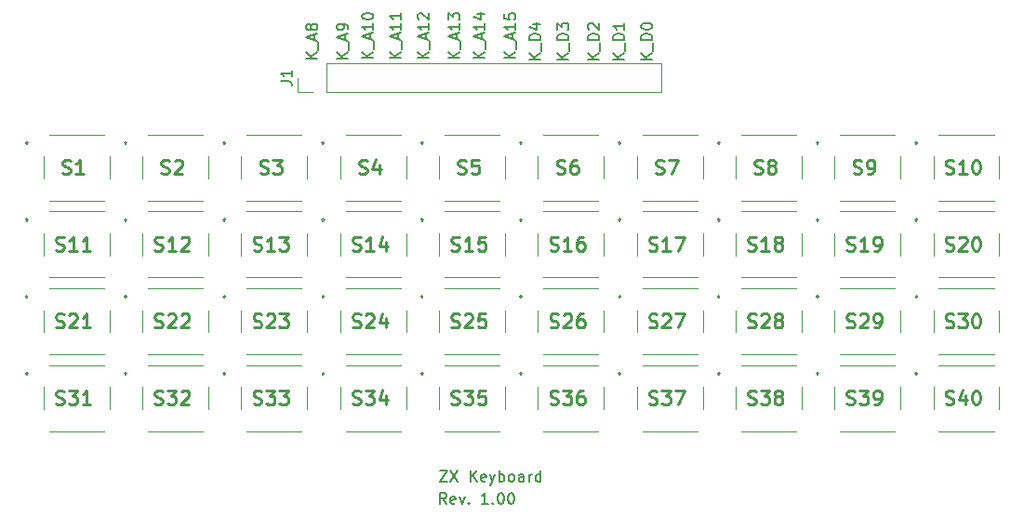
<source format=gbr>
%TF.GenerationSoftware,KiCad,Pcbnew,(5.1.6)-1*%
%TF.CreationDate,2020-09-22T22:21:25+03:00*%
%TF.ProjectId,ZX Keyboard_buttons,5a58204b-6579-4626-9f61-72645f627574,rev?*%
%TF.SameCoordinates,Original*%
%TF.FileFunction,Legend,Top*%
%TF.FilePolarity,Positive*%
%FSLAX46Y46*%
G04 Gerber Fmt 4.6, Leading zero omitted, Abs format (unit mm)*
G04 Created by KiCad (PCBNEW (5.1.6)-1) date 2020-09-22 22:21:25*
%MOMM*%
%LPD*%
G01*
G04 APERTURE LIST*
%ADD10C,0.150000*%
%ADD11C,0.200000*%
%ADD12C,0.100000*%
%ADD13C,0.120000*%
%ADD14C,0.254000*%
G04 APERTURE END LIST*
D10*
X61158380Y-97305619D02*
X60158380Y-97305619D01*
X61158380Y-96734190D02*
X60586952Y-97162761D01*
X60158380Y-96734190D02*
X60729809Y-97305619D01*
X61253619Y-96543714D02*
X61253619Y-95781809D01*
X60872666Y-95591333D02*
X60872666Y-95115142D01*
X61158380Y-95686571D02*
X60158380Y-95353238D01*
X61158380Y-95019904D01*
X60586952Y-94543714D02*
X60539333Y-94638952D01*
X60491714Y-94686571D01*
X60396476Y-94734190D01*
X60348857Y-94734190D01*
X60253619Y-94686571D01*
X60206000Y-94638952D01*
X60158380Y-94543714D01*
X60158380Y-94353238D01*
X60206000Y-94258000D01*
X60253619Y-94210380D01*
X60348857Y-94162761D01*
X60396476Y-94162761D01*
X60491714Y-94210380D01*
X60539333Y-94258000D01*
X60586952Y-94353238D01*
X60586952Y-94543714D01*
X60634571Y-94638952D01*
X60682190Y-94686571D01*
X60777428Y-94734190D01*
X60967904Y-94734190D01*
X61063142Y-94686571D01*
X61110761Y-94638952D01*
X61158380Y-94543714D01*
X61158380Y-94353238D01*
X61110761Y-94258000D01*
X61063142Y-94210380D01*
X60967904Y-94162761D01*
X60777428Y-94162761D01*
X60682190Y-94210380D01*
X60634571Y-94258000D01*
X60586952Y-94353238D01*
X63952380Y-97305619D02*
X62952380Y-97305619D01*
X63952380Y-96734190D02*
X63380952Y-97162761D01*
X62952380Y-96734190D02*
X63523809Y-97305619D01*
X64047619Y-96543714D02*
X64047619Y-95781809D01*
X63666666Y-95591333D02*
X63666666Y-95115142D01*
X63952380Y-95686571D02*
X62952380Y-95353238D01*
X63952380Y-95019904D01*
X63952380Y-94638952D02*
X63952380Y-94448476D01*
X63904761Y-94353238D01*
X63857142Y-94305619D01*
X63714285Y-94210380D01*
X63523809Y-94162761D01*
X63142857Y-94162761D01*
X63047619Y-94210380D01*
X63000000Y-94258000D01*
X62952380Y-94353238D01*
X62952380Y-94543714D01*
X63000000Y-94638952D01*
X63047619Y-94686571D01*
X63142857Y-94734190D01*
X63380952Y-94734190D01*
X63476190Y-94686571D01*
X63523809Y-94638952D01*
X63571428Y-94543714D01*
X63571428Y-94353238D01*
X63523809Y-94258000D01*
X63476190Y-94210380D01*
X63380952Y-94162761D01*
X66238380Y-97273809D02*
X65238380Y-97273809D01*
X66238380Y-96702380D02*
X65666952Y-97130952D01*
X65238380Y-96702380D02*
X65809809Y-97273809D01*
X66333619Y-96511904D02*
X66333619Y-95750000D01*
X65952666Y-95559523D02*
X65952666Y-95083333D01*
X66238380Y-95654761D02*
X65238380Y-95321428D01*
X66238380Y-94988095D01*
X66238380Y-94130952D02*
X66238380Y-94702380D01*
X66238380Y-94416666D02*
X65238380Y-94416666D01*
X65381238Y-94511904D01*
X65476476Y-94607142D01*
X65524095Y-94702380D01*
X65238380Y-93511904D02*
X65238380Y-93416666D01*
X65286000Y-93321428D01*
X65333619Y-93273809D01*
X65428857Y-93226190D01*
X65619333Y-93178571D01*
X65857428Y-93178571D01*
X66047904Y-93226190D01*
X66143142Y-93273809D01*
X66190761Y-93321428D01*
X66238380Y-93416666D01*
X66238380Y-93511904D01*
X66190761Y-93607142D01*
X66143142Y-93654761D01*
X66047904Y-93702380D01*
X65857428Y-93750000D01*
X65619333Y-93750000D01*
X65428857Y-93702380D01*
X65333619Y-93654761D01*
X65286000Y-93607142D01*
X65238380Y-93511904D01*
X68778380Y-97273809D02*
X67778380Y-97273809D01*
X68778380Y-96702380D02*
X68206952Y-97130952D01*
X67778380Y-96702380D02*
X68349809Y-97273809D01*
X68873619Y-96511904D02*
X68873619Y-95750000D01*
X68492666Y-95559523D02*
X68492666Y-95083333D01*
X68778380Y-95654761D02*
X67778380Y-95321428D01*
X68778380Y-94988095D01*
X68778380Y-94130952D02*
X68778380Y-94702380D01*
X68778380Y-94416666D02*
X67778380Y-94416666D01*
X67921238Y-94511904D01*
X68016476Y-94607142D01*
X68064095Y-94702380D01*
X68778380Y-93178571D02*
X68778380Y-93750000D01*
X68778380Y-93464285D02*
X67778380Y-93464285D01*
X67921238Y-93559523D01*
X68016476Y-93654761D01*
X68064095Y-93750000D01*
X71318380Y-97273809D02*
X70318380Y-97273809D01*
X71318380Y-96702380D02*
X70746952Y-97130952D01*
X70318380Y-96702380D02*
X70889809Y-97273809D01*
X71413619Y-96511904D02*
X71413619Y-95750000D01*
X71032666Y-95559523D02*
X71032666Y-95083333D01*
X71318380Y-95654761D02*
X70318380Y-95321428D01*
X71318380Y-94988095D01*
X71318380Y-94130952D02*
X71318380Y-94702380D01*
X71318380Y-94416666D02*
X70318380Y-94416666D01*
X70461238Y-94511904D01*
X70556476Y-94607142D01*
X70604095Y-94702380D01*
X70413619Y-93750000D02*
X70366000Y-93702380D01*
X70318380Y-93607142D01*
X70318380Y-93369047D01*
X70366000Y-93273809D01*
X70413619Y-93226190D01*
X70508857Y-93178571D01*
X70604095Y-93178571D01*
X70746952Y-93226190D01*
X71318380Y-93797619D01*
X71318380Y-93178571D01*
X74112380Y-97273809D02*
X73112380Y-97273809D01*
X74112380Y-96702380D02*
X73540952Y-97130952D01*
X73112380Y-96702380D02*
X73683809Y-97273809D01*
X74207619Y-96511904D02*
X74207619Y-95750000D01*
X73826666Y-95559523D02*
X73826666Y-95083333D01*
X74112380Y-95654761D02*
X73112380Y-95321428D01*
X74112380Y-94988095D01*
X74112380Y-94130952D02*
X74112380Y-94702380D01*
X74112380Y-94416666D02*
X73112380Y-94416666D01*
X73255238Y-94511904D01*
X73350476Y-94607142D01*
X73398095Y-94702380D01*
X73112380Y-93797619D02*
X73112380Y-93178571D01*
X73493333Y-93511904D01*
X73493333Y-93369047D01*
X73540952Y-93273809D01*
X73588571Y-93226190D01*
X73683809Y-93178571D01*
X73921904Y-93178571D01*
X74017142Y-93226190D01*
X74064761Y-93273809D01*
X74112380Y-93369047D01*
X74112380Y-93654761D01*
X74064761Y-93750000D01*
X74017142Y-93797619D01*
X76398380Y-97273809D02*
X75398380Y-97273809D01*
X76398380Y-96702380D02*
X75826952Y-97130952D01*
X75398380Y-96702380D02*
X75969809Y-97273809D01*
X76493619Y-96511904D02*
X76493619Y-95750000D01*
X76112666Y-95559523D02*
X76112666Y-95083333D01*
X76398380Y-95654761D02*
X75398380Y-95321428D01*
X76398380Y-94988095D01*
X76398380Y-94130952D02*
X76398380Y-94702380D01*
X76398380Y-94416666D02*
X75398380Y-94416666D01*
X75541238Y-94511904D01*
X75636476Y-94607142D01*
X75684095Y-94702380D01*
X75731714Y-93273809D02*
X76398380Y-93273809D01*
X75350761Y-93511904D02*
X76065047Y-93750000D01*
X76065047Y-93130952D01*
X79192380Y-97273809D02*
X78192380Y-97273809D01*
X79192380Y-96702380D02*
X78620952Y-97130952D01*
X78192380Y-96702380D02*
X78763809Y-97273809D01*
X79287619Y-96511904D02*
X79287619Y-95750000D01*
X78906666Y-95559523D02*
X78906666Y-95083333D01*
X79192380Y-95654761D02*
X78192380Y-95321428D01*
X79192380Y-94988095D01*
X79192380Y-94130952D02*
X79192380Y-94702380D01*
X79192380Y-94416666D02*
X78192380Y-94416666D01*
X78335238Y-94511904D01*
X78430476Y-94607142D01*
X78478095Y-94702380D01*
X78192380Y-93226190D02*
X78192380Y-93702380D01*
X78668571Y-93750000D01*
X78620952Y-93702380D01*
X78573333Y-93607142D01*
X78573333Y-93369047D01*
X78620952Y-93273809D01*
X78668571Y-93226190D01*
X78763809Y-93178571D01*
X79001904Y-93178571D01*
X79097142Y-93226190D01*
X79144761Y-93273809D01*
X79192380Y-93369047D01*
X79192380Y-93607142D01*
X79144761Y-93702380D01*
X79097142Y-93750000D01*
X81478380Y-97377047D02*
X80478380Y-97377047D01*
X81478380Y-96805619D02*
X80906952Y-97234190D01*
X80478380Y-96805619D02*
X81049809Y-97377047D01*
X81573619Y-96615142D02*
X81573619Y-95853238D01*
X81478380Y-95615142D02*
X80478380Y-95615142D01*
X80478380Y-95377047D01*
X80526000Y-95234190D01*
X80621238Y-95138952D01*
X80716476Y-95091333D01*
X80906952Y-95043714D01*
X81049809Y-95043714D01*
X81240285Y-95091333D01*
X81335523Y-95138952D01*
X81430761Y-95234190D01*
X81478380Y-95377047D01*
X81478380Y-95615142D01*
X80811714Y-94186571D02*
X81478380Y-94186571D01*
X80430761Y-94424666D02*
X81145047Y-94662761D01*
X81145047Y-94043714D01*
X84018380Y-97377047D02*
X83018380Y-97377047D01*
X84018380Y-96805619D02*
X83446952Y-97234190D01*
X83018380Y-96805619D02*
X83589809Y-97377047D01*
X84113619Y-96615142D02*
X84113619Y-95853238D01*
X84018380Y-95615142D02*
X83018380Y-95615142D01*
X83018380Y-95377047D01*
X83066000Y-95234190D01*
X83161238Y-95138952D01*
X83256476Y-95091333D01*
X83446952Y-95043714D01*
X83589809Y-95043714D01*
X83780285Y-95091333D01*
X83875523Y-95138952D01*
X83970761Y-95234190D01*
X84018380Y-95377047D01*
X84018380Y-95615142D01*
X83018380Y-94710380D02*
X83018380Y-94091333D01*
X83399333Y-94424666D01*
X83399333Y-94281809D01*
X83446952Y-94186571D01*
X83494571Y-94138952D01*
X83589809Y-94091333D01*
X83827904Y-94091333D01*
X83923142Y-94138952D01*
X83970761Y-94186571D01*
X84018380Y-94281809D01*
X84018380Y-94567523D01*
X83970761Y-94662761D01*
X83923142Y-94710380D01*
X86812380Y-97377047D02*
X85812380Y-97377047D01*
X86812380Y-96805619D02*
X86240952Y-97234190D01*
X85812380Y-96805619D02*
X86383809Y-97377047D01*
X86907619Y-96615142D02*
X86907619Y-95853238D01*
X86812380Y-95615142D02*
X85812380Y-95615142D01*
X85812380Y-95377047D01*
X85860000Y-95234190D01*
X85955238Y-95138952D01*
X86050476Y-95091333D01*
X86240952Y-95043714D01*
X86383809Y-95043714D01*
X86574285Y-95091333D01*
X86669523Y-95138952D01*
X86764761Y-95234190D01*
X86812380Y-95377047D01*
X86812380Y-95615142D01*
X85907619Y-94662761D02*
X85860000Y-94615142D01*
X85812380Y-94519904D01*
X85812380Y-94281809D01*
X85860000Y-94186571D01*
X85907619Y-94138952D01*
X86002857Y-94091333D01*
X86098095Y-94091333D01*
X86240952Y-94138952D01*
X86812380Y-94710380D01*
X86812380Y-94091333D01*
X89098380Y-97377047D02*
X88098380Y-97377047D01*
X89098380Y-96805619D02*
X88526952Y-97234190D01*
X88098380Y-96805619D02*
X88669809Y-97377047D01*
X89193619Y-96615142D02*
X89193619Y-95853238D01*
X89098380Y-95615142D02*
X88098380Y-95615142D01*
X88098380Y-95377047D01*
X88146000Y-95234190D01*
X88241238Y-95138952D01*
X88336476Y-95091333D01*
X88526952Y-95043714D01*
X88669809Y-95043714D01*
X88860285Y-95091333D01*
X88955523Y-95138952D01*
X89050761Y-95234190D01*
X89098380Y-95377047D01*
X89098380Y-95615142D01*
X89098380Y-94091333D02*
X89098380Y-94662761D01*
X89098380Y-94377047D02*
X88098380Y-94377047D01*
X88241238Y-94472285D01*
X88336476Y-94567523D01*
X88384095Y-94662761D01*
X91638380Y-97377047D02*
X90638380Y-97377047D01*
X91638380Y-96805619D02*
X91066952Y-97234190D01*
X90638380Y-96805619D02*
X91209809Y-97377047D01*
X91733619Y-96615142D02*
X91733619Y-95853238D01*
X91638380Y-95615142D02*
X90638380Y-95615142D01*
X90638380Y-95377047D01*
X90686000Y-95234190D01*
X90781238Y-95138952D01*
X90876476Y-95091333D01*
X91066952Y-95043714D01*
X91209809Y-95043714D01*
X91400285Y-95091333D01*
X91495523Y-95138952D01*
X91590761Y-95234190D01*
X91638380Y-95377047D01*
X91638380Y-95615142D01*
X90638380Y-94424666D02*
X90638380Y-94329428D01*
X90686000Y-94234190D01*
X90733619Y-94186571D01*
X90828857Y-94138952D01*
X91019333Y-94091333D01*
X91257428Y-94091333D01*
X91447904Y-94138952D01*
X91543142Y-94186571D01*
X91590761Y-94234190D01*
X91638380Y-94329428D01*
X91638380Y-94424666D01*
X91590761Y-94519904D01*
X91543142Y-94567523D01*
X91447904Y-94615142D01*
X91257428Y-94662761D01*
X91019333Y-94662761D01*
X90828857Y-94615142D01*
X90733619Y-94567523D01*
X90686000Y-94519904D01*
X90638380Y-94424666D01*
X72906285Y-137866380D02*
X72572952Y-137390190D01*
X72334857Y-137866380D02*
X72334857Y-136866380D01*
X72715809Y-136866380D01*
X72811047Y-136914000D01*
X72858666Y-136961619D01*
X72906285Y-137056857D01*
X72906285Y-137199714D01*
X72858666Y-137294952D01*
X72811047Y-137342571D01*
X72715809Y-137390190D01*
X72334857Y-137390190D01*
X73715809Y-137818761D02*
X73620571Y-137866380D01*
X73430095Y-137866380D01*
X73334857Y-137818761D01*
X73287238Y-137723523D01*
X73287238Y-137342571D01*
X73334857Y-137247333D01*
X73430095Y-137199714D01*
X73620571Y-137199714D01*
X73715809Y-137247333D01*
X73763428Y-137342571D01*
X73763428Y-137437809D01*
X73287238Y-137533047D01*
X74096761Y-137199714D02*
X74334857Y-137866380D01*
X74572952Y-137199714D01*
X74953904Y-137771142D02*
X75001523Y-137818761D01*
X74953904Y-137866380D01*
X74906285Y-137818761D01*
X74953904Y-137771142D01*
X74953904Y-137866380D01*
X76715809Y-137866380D02*
X76144380Y-137866380D01*
X76430095Y-137866380D02*
X76430095Y-136866380D01*
X76334857Y-137009238D01*
X76239619Y-137104476D01*
X76144380Y-137152095D01*
X77144380Y-137771142D02*
X77192000Y-137818761D01*
X77144380Y-137866380D01*
X77096761Y-137818761D01*
X77144380Y-137771142D01*
X77144380Y-137866380D01*
X77811047Y-136866380D02*
X77906285Y-136866380D01*
X78001523Y-136914000D01*
X78049142Y-136961619D01*
X78096761Y-137056857D01*
X78144380Y-137247333D01*
X78144380Y-137485428D01*
X78096761Y-137675904D01*
X78049142Y-137771142D01*
X78001523Y-137818761D01*
X77906285Y-137866380D01*
X77811047Y-137866380D01*
X77715809Y-137818761D01*
X77668190Y-137771142D01*
X77620571Y-137675904D01*
X77572952Y-137485428D01*
X77572952Y-137247333D01*
X77620571Y-137056857D01*
X77668190Y-136961619D01*
X77715809Y-136914000D01*
X77811047Y-136866380D01*
X78763428Y-136866380D02*
X78858666Y-136866380D01*
X78953904Y-136914000D01*
X79001523Y-136961619D01*
X79049142Y-137056857D01*
X79096761Y-137247333D01*
X79096761Y-137485428D01*
X79049142Y-137675904D01*
X79001523Y-137771142D01*
X78953904Y-137818761D01*
X78858666Y-137866380D01*
X78763428Y-137866380D01*
X78668190Y-137818761D01*
X78620571Y-137771142D01*
X78572952Y-137675904D01*
X78525333Y-137485428D01*
X78525333Y-137247333D01*
X78572952Y-137056857D01*
X78620571Y-136961619D01*
X78668190Y-136914000D01*
X78763428Y-136866380D01*
X72342952Y-134834380D02*
X73009619Y-134834380D01*
X72342952Y-135834380D01*
X73009619Y-135834380D01*
X73295333Y-134834380D02*
X73962000Y-135834380D01*
X73962000Y-134834380D02*
X73295333Y-135834380D01*
X75104857Y-135834380D02*
X75104857Y-134834380D01*
X75676285Y-135834380D02*
X75247714Y-135262952D01*
X75676285Y-134834380D02*
X75104857Y-135405809D01*
X76485809Y-135786761D02*
X76390571Y-135834380D01*
X76200095Y-135834380D01*
X76104857Y-135786761D01*
X76057238Y-135691523D01*
X76057238Y-135310571D01*
X76104857Y-135215333D01*
X76200095Y-135167714D01*
X76390571Y-135167714D01*
X76485809Y-135215333D01*
X76533428Y-135310571D01*
X76533428Y-135405809D01*
X76057238Y-135501047D01*
X76866761Y-135167714D02*
X77104857Y-135834380D01*
X77342952Y-135167714D02*
X77104857Y-135834380D01*
X77009619Y-136072476D01*
X76962000Y-136120095D01*
X76866761Y-136167714D01*
X77723904Y-135834380D02*
X77723904Y-134834380D01*
X77723904Y-135215333D02*
X77819142Y-135167714D01*
X78009619Y-135167714D01*
X78104857Y-135215333D01*
X78152476Y-135262952D01*
X78200095Y-135358190D01*
X78200095Y-135643904D01*
X78152476Y-135739142D01*
X78104857Y-135786761D01*
X78009619Y-135834380D01*
X77819142Y-135834380D01*
X77723904Y-135786761D01*
X78771523Y-135834380D02*
X78676285Y-135786761D01*
X78628666Y-135739142D01*
X78581047Y-135643904D01*
X78581047Y-135358190D01*
X78628666Y-135262952D01*
X78676285Y-135215333D01*
X78771523Y-135167714D01*
X78914380Y-135167714D01*
X79009619Y-135215333D01*
X79057238Y-135262952D01*
X79104857Y-135358190D01*
X79104857Y-135643904D01*
X79057238Y-135739142D01*
X79009619Y-135786761D01*
X78914380Y-135834380D01*
X78771523Y-135834380D01*
X79962000Y-135834380D02*
X79962000Y-135310571D01*
X79914380Y-135215333D01*
X79819142Y-135167714D01*
X79628666Y-135167714D01*
X79533428Y-135215333D01*
X79962000Y-135786761D02*
X79866761Y-135834380D01*
X79628666Y-135834380D01*
X79533428Y-135786761D01*
X79485809Y-135691523D01*
X79485809Y-135596285D01*
X79533428Y-135501047D01*
X79628666Y-135453428D01*
X79866761Y-135453428D01*
X79962000Y-135405809D01*
X80438190Y-135834380D02*
X80438190Y-135167714D01*
X80438190Y-135358190D02*
X80485809Y-135262952D01*
X80533428Y-135215333D01*
X80628666Y-135167714D01*
X80723904Y-135167714D01*
X81485809Y-135834380D02*
X81485809Y-134834380D01*
X81485809Y-135786761D02*
X81390571Y-135834380D01*
X81200095Y-135834380D01*
X81104857Y-135786761D01*
X81057238Y-135739142D01*
X81009619Y-135643904D01*
X81009619Y-135358190D01*
X81057238Y-135262952D01*
X81104857Y-135215333D01*
X81200095Y-135167714D01*
X81390571Y-135167714D01*
X81485809Y-135215333D01*
D11*
%TO.C,S4*%
X61700000Y-105100000D02*
X61700000Y-105100000D01*
X61700000Y-104900000D02*
X61700000Y-104900000D01*
D12*
X69250000Y-106250000D02*
X69250000Y-108250000D01*
X63250000Y-106250000D02*
X63250000Y-108250000D01*
X63750000Y-110250000D02*
X68750000Y-110250000D01*
X63750000Y-104250000D02*
X68750000Y-104250000D01*
D11*
X61700000Y-104900000D02*
G75*
G03*
X61700000Y-105100000I0J-100000D01*
G01*
X61700000Y-105100000D02*
G75*
G03*
X61700000Y-104900000I0J100000D01*
G01*
%TO.C,S5*%
X70700000Y-105100000D02*
X70700000Y-105100000D01*
X70700000Y-104900000D02*
X70700000Y-104900000D01*
D12*
X78250000Y-106250000D02*
X78250000Y-108250000D01*
X72250000Y-106250000D02*
X72250000Y-108250000D01*
X72750000Y-110250000D02*
X77750000Y-110250000D01*
X72750000Y-104250000D02*
X77750000Y-104250000D01*
D11*
X70700000Y-104900000D02*
G75*
G03*
X70700000Y-105100000I0J-100000D01*
G01*
X70700000Y-105100000D02*
G75*
G03*
X70700000Y-104900000I0J100000D01*
G01*
D13*
%TO.C,J1*%
X92516000Y-100390000D02*
X92516000Y-97730000D01*
X61976000Y-100390000D02*
X92516000Y-100390000D01*
X61976000Y-97730000D02*
X92516000Y-97730000D01*
X61976000Y-100390000D02*
X61976000Y-97730000D01*
X60706000Y-100390000D02*
X59376000Y-100390000D01*
X59376000Y-100390000D02*
X59376000Y-99060000D01*
D11*
%TO.C,S40*%
X115700000Y-126100000D02*
X115700000Y-126100000D01*
X115700000Y-125900000D02*
X115700000Y-125900000D01*
D12*
X123250000Y-127250000D02*
X123250000Y-129250000D01*
X117250000Y-127250000D02*
X117250000Y-129250000D01*
X117750000Y-131250000D02*
X122750000Y-131250000D01*
X117750000Y-125250000D02*
X122750000Y-125250000D01*
D11*
X115700000Y-125900000D02*
G75*
G03*
X115700000Y-126100000I0J-100000D01*
G01*
X115700000Y-126100000D02*
G75*
G03*
X115700000Y-125900000I0J100000D01*
G01*
%TO.C,S39*%
X106700000Y-126100000D02*
X106700000Y-126100000D01*
X106700000Y-125900000D02*
X106700000Y-125900000D01*
D12*
X114250000Y-127250000D02*
X114250000Y-129250000D01*
X108250000Y-127250000D02*
X108250000Y-129250000D01*
X108750000Y-131250000D02*
X113750000Y-131250000D01*
X108750000Y-125250000D02*
X113750000Y-125250000D01*
D11*
X106700000Y-125900000D02*
G75*
G03*
X106700000Y-126100000I0J-100000D01*
G01*
X106700000Y-126100000D02*
G75*
G03*
X106700000Y-125900000I0J100000D01*
G01*
%TO.C,S38*%
X97700000Y-126100000D02*
X97700000Y-126100000D01*
X97700000Y-125900000D02*
X97700000Y-125900000D01*
D12*
X105250000Y-127250000D02*
X105250000Y-129250000D01*
X99250000Y-127250000D02*
X99250000Y-129250000D01*
X99750000Y-131250000D02*
X104750000Y-131250000D01*
X99750000Y-125250000D02*
X104750000Y-125250000D01*
D11*
X97700000Y-125900000D02*
G75*
G03*
X97700000Y-126100000I0J-100000D01*
G01*
X97700000Y-126100000D02*
G75*
G03*
X97700000Y-125900000I0J100000D01*
G01*
%TO.C,S37*%
X88700000Y-126100000D02*
X88700000Y-126100000D01*
X88700000Y-125900000D02*
X88700000Y-125900000D01*
D12*
X96250000Y-127250000D02*
X96250000Y-129250000D01*
X90250000Y-127250000D02*
X90250000Y-129250000D01*
X90750000Y-131250000D02*
X95750000Y-131250000D01*
X90750000Y-125250000D02*
X95750000Y-125250000D01*
D11*
X88700000Y-125900000D02*
G75*
G03*
X88700000Y-126100000I0J-100000D01*
G01*
X88700000Y-126100000D02*
G75*
G03*
X88700000Y-125900000I0J100000D01*
G01*
%TO.C,S36*%
X79700000Y-126100000D02*
X79700000Y-126100000D01*
X79700000Y-125900000D02*
X79700000Y-125900000D01*
D12*
X87250000Y-127250000D02*
X87250000Y-129250000D01*
X81250000Y-127250000D02*
X81250000Y-129250000D01*
X81750000Y-131250000D02*
X86750000Y-131250000D01*
X81750000Y-125250000D02*
X86750000Y-125250000D01*
D11*
X79700000Y-125900000D02*
G75*
G03*
X79700000Y-126100000I0J-100000D01*
G01*
X79700000Y-126100000D02*
G75*
G03*
X79700000Y-125900000I0J100000D01*
G01*
%TO.C,S35*%
X70700000Y-126100000D02*
X70700000Y-126100000D01*
X70700000Y-125900000D02*
X70700000Y-125900000D01*
D12*
X78250000Y-127250000D02*
X78250000Y-129250000D01*
X72250000Y-127250000D02*
X72250000Y-129250000D01*
X72750000Y-131250000D02*
X77750000Y-131250000D01*
X72750000Y-125250000D02*
X77750000Y-125250000D01*
D11*
X70700000Y-125900000D02*
G75*
G03*
X70700000Y-126100000I0J-100000D01*
G01*
X70700000Y-126100000D02*
G75*
G03*
X70700000Y-125900000I0J100000D01*
G01*
%TO.C,S34*%
X61700000Y-126100000D02*
X61700000Y-126100000D01*
X61700000Y-125900000D02*
X61700000Y-125900000D01*
D12*
X69250000Y-127250000D02*
X69250000Y-129250000D01*
X63250000Y-127250000D02*
X63250000Y-129250000D01*
X63750000Y-131250000D02*
X68750000Y-131250000D01*
X63750000Y-125250000D02*
X68750000Y-125250000D01*
D11*
X61700000Y-125900000D02*
G75*
G03*
X61700000Y-126100000I0J-100000D01*
G01*
X61700000Y-126100000D02*
G75*
G03*
X61700000Y-125900000I0J100000D01*
G01*
%TO.C,S33*%
X52700000Y-126100000D02*
X52700000Y-126100000D01*
X52700000Y-125900000D02*
X52700000Y-125900000D01*
D12*
X60250000Y-127250000D02*
X60250000Y-129250000D01*
X54250000Y-127250000D02*
X54250000Y-129250000D01*
X54750000Y-131250000D02*
X59750000Y-131250000D01*
X54750000Y-125250000D02*
X59750000Y-125250000D01*
D11*
X52700000Y-125900000D02*
G75*
G03*
X52700000Y-126100000I0J-100000D01*
G01*
X52700000Y-126100000D02*
G75*
G03*
X52700000Y-125900000I0J100000D01*
G01*
%TO.C,S32*%
X43700000Y-126100000D02*
X43700000Y-126100000D01*
X43700000Y-125900000D02*
X43700000Y-125900000D01*
D12*
X51250000Y-127250000D02*
X51250000Y-129250000D01*
X45250000Y-127250000D02*
X45250000Y-129250000D01*
X45750000Y-131250000D02*
X50750000Y-131250000D01*
X45750000Y-125250000D02*
X50750000Y-125250000D01*
D11*
X43700000Y-125900000D02*
G75*
G03*
X43700000Y-126100000I0J-100000D01*
G01*
X43700000Y-126100000D02*
G75*
G03*
X43700000Y-125900000I0J100000D01*
G01*
%TO.C,S31*%
X34700000Y-126100000D02*
X34700000Y-126100000D01*
X34700000Y-125900000D02*
X34700000Y-125900000D01*
D12*
X42250000Y-127250000D02*
X42250000Y-129250000D01*
X36250000Y-127250000D02*
X36250000Y-129250000D01*
X36750000Y-131250000D02*
X41750000Y-131250000D01*
X36750000Y-125250000D02*
X41750000Y-125250000D01*
D11*
X34700000Y-125900000D02*
G75*
G03*
X34700000Y-126100000I0J-100000D01*
G01*
X34700000Y-126100000D02*
G75*
G03*
X34700000Y-125900000I0J100000D01*
G01*
%TO.C,S30*%
X115700000Y-119100000D02*
X115700000Y-119100000D01*
X115700000Y-118900000D02*
X115700000Y-118900000D01*
D12*
X123250000Y-120250000D02*
X123250000Y-122250000D01*
X117250000Y-120250000D02*
X117250000Y-122250000D01*
X117750000Y-124250000D02*
X122750000Y-124250000D01*
X117750000Y-118250000D02*
X122750000Y-118250000D01*
D11*
X115700000Y-118900000D02*
G75*
G03*
X115700000Y-119100000I0J-100000D01*
G01*
X115700000Y-119100000D02*
G75*
G03*
X115700000Y-118900000I0J100000D01*
G01*
%TO.C,S29*%
X106700000Y-119100000D02*
X106700000Y-119100000D01*
X106700000Y-118900000D02*
X106700000Y-118900000D01*
D12*
X114250000Y-120250000D02*
X114250000Y-122250000D01*
X108250000Y-120250000D02*
X108250000Y-122250000D01*
X108750000Y-124250000D02*
X113750000Y-124250000D01*
X108750000Y-118250000D02*
X113750000Y-118250000D01*
D11*
X106700000Y-118900000D02*
G75*
G03*
X106700000Y-119100000I0J-100000D01*
G01*
X106700000Y-119100000D02*
G75*
G03*
X106700000Y-118900000I0J100000D01*
G01*
%TO.C,S28*%
X97700000Y-119100000D02*
X97700000Y-119100000D01*
X97700000Y-118900000D02*
X97700000Y-118900000D01*
D12*
X105250000Y-120250000D02*
X105250000Y-122250000D01*
X99250000Y-120250000D02*
X99250000Y-122250000D01*
X99750000Y-124250000D02*
X104750000Y-124250000D01*
X99750000Y-118250000D02*
X104750000Y-118250000D01*
D11*
X97700000Y-118900000D02*
G75*
G03*
X97700000Y-119100000I0J-100000D01*
G01*
X97700000Y-119100000D02*
G75*
G03*
X97700000Y-118900000I0J100000D01*
G01*
%TO.C,S27*%
X88700000Y-119100000D02*
X88700000Y-119100000D01*
X88700000Y-118900000D02*
X88700000Y-118900000D01*
D12*
X96250000Y-120250000D02*
X96250000Y-122250000D01*
X90250000Y-120250000D02*
X90250000Y-122250000D01*
X90750000Y-124250000D02*
X95750000Y-124250000D01*
X90750000Y-118250000D02*
X95750000Y-118250000D01*
D11*
X88700000Y-118900000D02*
G75*
G03*
X88700000Y-119100000I0J-100000D01*
G01*
X88700000Y-119100000D02*
G75*
G03*
X88700000Y-118900000I0J100000D01*
G01*
%TO.C,S26*%
X79700000Y-119100000D02*
X79700000Y-119100000D01*
X79700000Y-118900000D02*
X79700000Y-118900000D01*
D12*
X87250000Y-120250000D02*
X87250000Y-122250000D01*
X81250000Y-120250000D02*
X81250000Y-122250000D01*
X81750000Y-124250000D02*
X86750000Y-124250000D01*
X81750000Y-118250000D02*
X86750000Y-118250000D01*
D11*
X79700000Y-118900000D02*
G75*
G03*
X79700000Y-119100000I0J-100000D01*
G01*
X79700000Y-119100000D02*
G75*
G03*
X79700000Y-118900000I0J100000D01*
G01*
%TO.C,S25*%
X70700000Y-119100000D02*
X70700000Y-119100000D01*
X70700000Y-118900000D02*
X70700000Y-118900000D01*
D12*
X78250000Y-120250000D02*
X78250000Y-122250000D01*
X72250000Y-120250000D02*
X72250000Y-122250000D01*
X72750000Y-124250000D02*
X77750000Y-124250000D01*
X72750000Y-118250000D02*
X77750000Y-118250000D01*
D11*
X70700000Y-118900000D02*
G75*
G03*
X70700000Y-119100000I0J-100000D01*
G01*
X70700000Y-119100000D02*
G75*
G03*
X70700000Y-118900000I0J100000D01*
G01*
%TO.C,S24*%
X61700000Y-119100000D02*
X61700000Y-119100000D01*
X61700000Y-118900000D02*
X61700000Y-118900000D01*
D12*
X69250000Y-120250000D02*
X69250000Y-122250000D01*
X63250000Y-120250000D02*
X63250000Y-122250000D01*
X63750000Y-124250000D02*
X68750000Y-124250000D01*
X63750000Y-118250000D02*
X68750000Y-118250000D01*
D11*
X61700000Y-118900000D02*
G75*
G03*
X61700000Y-119100000I0J-100000D01*
G01*
X61700000Y-119100000D02*
G75*
G03*
X61700000Y-118900000I0J100000D01*
G01*
%TO.C,S23*%
X52700000Y-119100000D02*
X52700000Y-119100000D01*
X52700000Y-118900000D02*
X52700000Y-118900000D01*
D12*
X60250000Y-120250000D02*
X60250000Y-122250000D01*
X54250000Y-120250000D02*
X54250000Y-122250000D01*
X54750000Y-124250000D02*
X59750000Y-124250000D01*
X54750000Y-118250000D02*
X59750000Y-118250000D01*
D11*
X52700000Y-118900000D02*
G75*
G03*
X52700000Y-119100000I0J-100000D01*
G01*
X52700000Y-119100000D02*
G75*
G03*
X52700000Y-118900000I0J100000D01*
G01*
%TO.C,S22*%
X43700000Y-119100000D02*
X43700000Y-119100000D01*
X43700000Y-118900000D02*
X43700000Y-118900000D01*
D12*
X51250000Y-120250000D02*
X51250000Y-122250000D01*
X45250000Y-120250000D02*
X45250000Y-122250000D01*
X45750000Y-124250000D02*
X50750000Y-124250000D01*
X45750000Y-118250000D02*
X50750000Y-118250000D01*
D11*
X43700000Y-118900000D02*
G75*
G03*
X43700000Y-119100000I0J-100000D01*
G01*
X43700000Y-119100000D02*
G75*
G03*
X43700000Y-118900000I0J100000D01*
G01*
%TO.C,S21*%
X34700000Y-119100000D02*
X34700000Y-119100000D01*
X34700000Y-118900000D02*
X34700000Y-118900000D01*
D12*
X42250000Y-120250000D02*
X42250000Y-122250000D01*
X36250000Y-120250000D02*
X36250000Y-122250000D01*
X36750000Y-124250000D02*
X41750000Y-124250000D01*
X36750000Y-118250000D02*
X41750000Y-118250000D01*
D11*
X34700000Y-118900000D02*
G75*
G03*
X34700000Y-119100000I0J-100000D01*
G01*
X34700000Y-119100000D02*
G75*
G03*
X34700000Y-118900000I0J100000D01*
G01*
%TO.C,S20*%
X115700000Y-112100000D02*
X115700000Y-112100000D01*
X115700000Y-111900000D02*
X115700000Y-111900000D01*
D12*
X123250000Y-113250000D02*
X123250000Y-115250000D01*
X117250000Y-113250000D02*
X117250000Y-115250000D01*
X117750000Y-117250000D02*
X122750000Y-117250000D01*
X117750000Y-111250000D02*
X122750000Y-111250000D01*
D11*
X115700000Y-111900000D02*
G75*
G03*
X115700000Y-112100000I0J-100000D01*
G01*
X115700000Y-112100000D02*
G75*
G03*
X115700000Y-111900000I0J100000D01*
G01*
%TO.C,S19*%
X106700000Y-112100000D02*
X106700000Y-112100000D01*
X106700000Y-111900000D02*
X106700000Y-111900000D01*
D12*
X114250000Y-113250000D02*
X114250000Y-115250000D01*
X108250000Y-113250000D02*
X108250000Y-115250000D01*
X108750000Y-117250000D02*
X113750000Y-117250000D01*
X108750000Y-111250000D02*
X113750000Y-111250000D01*
D11*
X106700000Y-111900000D02*
G75*
G03*
X106700000Y-112100000I0J-100000D01*
G01*
X106700000Y-112100000D02*
G75*
G03*
X106700000Y-111900000I0J100000D01*
G01*
%TO.C,S18*%
X97700000Y-112100000D02*
X97700000Y-112100000D01*
X97700000Y-111900000D02*
X97700000Y-111900000D01*
D12*
X105250000Y-113250000D02*
X105250000Y-115250000D01*
X99250000Y-113250000D02*
X99250000Y-115250000D01*
X99750000Y-117250000D02*
X104750000Y-117250000D01*
X99750000Y-111250000D02*
X104750000Y-111250000D01*
D11*
X97700000Y-111900000D02*
G75*
G03*
X97700000Y-112100000I0J-100000D01*
G01*
X97700000Y-112100000D02*
G75*
G03*
X97700000Y-111900000I0J100000D01*
G01*
%TO.C,S17*%
X88700000Y-112100000D02*
X88700000Y-112100000D01*
X88700000Y-111900000D02*
X88700000Y-111900000D01*
D12*
X96250000Y-113250000D02*
X96250000Y-115250000D01*
X90250000Y-113250000D02*
X90250000Y-115250000D01*
X90750000Y-117250000D02*
X95750000Y-117250000D01*
X90750000Y-111250000D02*
X95750000Y-111250000D01*
D11*
X88700000Y-111900000D02*
G75*
G03*
X88700000Y-112100000I0J-100000D01*
G01*
X88700000Y-112100000D02*
G75*
G03*
X88700000Y-111900000I0J100000D01*
G01*
%TO.C,S16*%
X79700000Y-112100000D02*
X79700000Y-112100000D01*
X79700000Y-111900000D02*
X79700000Y-111900000D01*
D12*
X87250000Y-113250000D02*
X87250000Y-115250000D01*
X81250000Y-113250000D02*
X81250000Y-115250000D01*
X81750000Y-117250000D02*
X86750000Y-117250000D01*
X81750000Y-111250000D02*
X86750000Y-111250000D01*
D11*
X79700000Y-111900000D02*
G75*
G03*
X79700000Y-112100000I0J-100000D01*
G01*
X79700000Y-112100000D02*
G75*
G03*
X79700000Y-111900000I0J100000D01*
G01*
%TO.C,S15*%
X70700000Y-112100000D02*
X70700000Y-112100000D01*
X70700000Y-111900000D02*
X70700000Y-111900000D01*
D12*
X78250000Y-113250000D02*
X78250000Y-115250000D01*
X72250000Y-113250000D02*
X72250000Y-115250000D01*
X72750000Y-117250000D02*
X77750000Y-117250000D01*
X72750000Y-111250000D02*
X77750000Y-111250000D01*
D11*
X70700000Y-111900000D02*
G75*
G03*
X70700000Y-112100000I0J-100000D01*
G01*
X70700000Y-112100000D02*
G75*
G03*
X70700000Y-111900000I0J100000D01*
G01*
%TO.C,S14*%
X61700000Y-112100000D02*
X61700000Y-112100000D01*
X61700000Y-111900000D02*
X61700000Y-111900000D01*
D12*
X69250000Y-113250000D02*
X69250000Y-115250000D01*
X63250000Y-113250000D02*
X63250000Y-115250000D01*
X63750000Y-117250000D02*
X68750000Y-117250000D01*
X63750000Y-111250000D02*
X68750000Y-111250000D01*
D11*
X61700000Y-111900000D02*
G75*
G03*
X61700000Y-112100000I0J-100000D01*
G01*
X61700000Y-112100000D02*
G75*
G03*
X61700000Y-111900000I0J100000D01*
G01*
%TO.C,S13*%
X52700000Y-112100000D02*
X52700000Y-112100000D01*
X52700000Y-111900000D02*
X52700000Y-111900000D01*
D12*
X60250000Y-113250000D02*
X60250000Y-115250000D01*
X54250000Y-113250000D02*
X54250000Y-115250000D01*
X54750000Y-117250000D02*
X59750000Y-117250000D01*
X54750000Y-111250000D02*
X59750000Y-111250000D01*
D11*
X52700000Y-111900000D02*
G75*
G03*
X52700000Y-112100000I0J-100000D01*
G01*
X52700000Y-112100000D02*
G75*
G03*
X52700000Y-111900000I0J100000D01*
G01*
%TO.C,S12*%
X43700000Y-112100000D02*
X43700000Y-112100000D01*
X43700000Y-111900000D02*
X43700000Y-111900000D01*
D12*
X51250000Y-113250000D02*
X51250000Y-115250000D01*
X45250000Y-113250000D02*
X45250000Y-115250000D01*
X45750000Y-117250000D02*
X50750000Y-117250000D01*
X45750000Y-111250000D02*
X50750000Y-111250000D01*
D11*
X43700000Y-111900000D02*
G75*
G03*
X43700000Y-112100000I0J-100000D01*
G01*
X43700000Y-112100000D02*
G75*
G03*
X43700000Y-111900000I0J100000D01*
G01*
%TO.C,S11*%
X34700000Y-112100000D02*
X34700000Y-112100000D01*
X34700000Y-111900000D02*
X34700000Y-111900000D01*
D12*
X42250000Y-113250000D02*
X42250000Y-115250000D01*
X36250000Y-113250000D02*
X36250000Y-115250000D01*
X36750000Y-117250000D02*
X41750000Y-117250000D01*
X36750000Y-111250000D02*
X41750000Y-111250000D01*
D11*
X34700000Y-111900000D02*
G75*
G03*
X34700000Y-112100000I0J-100000D01*
G01*
X34700000Y-112100000D02*
G75*
G03*
X34700000Y-111900000I0J100000D01*
G01*
%TO.C,S10*%
X115700000Y-105100000D02*
X115700000Y-105100000D01*
X115700000Y-104900000D02*
X115700000Y-104900000D01*
D12*
X123250000Y-106250000D02*
X123250000Y-108250000D01*
X117250000Y-106250000D02*
X117250000Y-108250000D01*
X117750000Y-110250000D02*
X122750000Y-110250000D01*
X117750000Y-104250000D02*
X122750000Y-104250000D01*
D11*
X115700000Y-104900000D02*
G75*
G03*
X115700000Y-105100000I0J-100000D01*
G01*
X115700000Y-105100000D02*
G75*
G03*
X115700000Y-104900000I0J100000D01*
G01*
%TO.C,S9*%
X106700000Y-105100000D02*
X106700000Y-105100000D01*
X106700000Y-104900000D02*
X106700000Y-104900000D01*
D12*
X114250000Y-106250000D02*
X114250000Y-108250000D01*
X108250000Y-106250000D02*
X108250000Y-108250000D01*
X108750000Y-110250000D02*
X113750000Y-110250000D01*
X108750000Y-104250000D02*
X113750000Y-104250000D01*
D11*
X106700000Y-104900000D02*
G75*
G03*
X106700000Y-105100000I0J-100000D01*
G01*
X106700000Y-105100000D02*
G75*
G03*
X106700000Y-104900000I0J100000D01*
G01*
%TO.C,S8*%
X97700000Y-105100000D02*
X97700000Y-105100000D01*
X97700000Y-104900000D02*
X97700000Y-104900000D01*
D12*
X105250000Y-106250000D02*
X105250000Y-108250000D01*
X99250000Y-106250000D02*
X99250000Y-108250000D01*
X99750000Y-110250000D02*
X104750000Y-110250000D01*
X99750000Y-104250000D02*
X104750000Y-104250000D01*
D11*
X97700000Y-104900000D02*
G75*
G03*
X97700000Y-105100000I0J-100000D01*
G01*
X97700000Y-105100000D02*
G75*
G03*
X97700000Y-104900000I0J100000D01*
G01*
%TO.C,S7*%
X88700000Y-105100000D02*
X88700000Y-105100000D01*
X88700000Y-104900000D02*
X88700000Y-104900000D01*
D12*
X96250000Y-106250000D02*
X96250000Y-108250000D01*
X90250000Y-106250000D02*
X90250000Y-108250000D01*
X90750000Y-110250000D02*
X95750000Y-110250000D01*
X90750000Y-104250000D02*
X95750000Y-104250000D01*
D11*
X88700000Y-104900000D02*
G75*
G03*
X88700000Y-105100000I0J-100000D01*
G01*
X88700000Y-105100000D02*
G75*
G03*
X88700000Y-104900000I0J100000D01*
G01*
%TO.C,S6*%
X79700000Y-105100000D02*
X79700000Y-105100000D01*
X79700000Y-104900000D02*
X79700000Y-104900000D01*
D12*
X87250000Y-106250000D02*
X87250000Y-108250000D01*
X81250000Y-106250000D02*
X81250000Y-108250000D01*
X81750000Y-110250000D02*
X86750000Y-110250000D01*
X81750000Y-104250000D02*
X86750000Y-104250000D01*
D11*
X79700000Y-104900000D02*
G75*
G03*
X79700000Y-105100000I0J-100000D01*
G01*
X79700000Y-105100000D02*
G75*
G03*
X79700000Y-104900000I0J100000D01*
G01*
%TO.C,S3*%
X52700000Y-105100000D02*
X52700000Y-105100000D01*
X52700000Y-104900000D02*
X52700000Y-104900000D01*
D12*
X60250000Y-106250000D02*
X60250000Y-108250000D01*
X54250000Y-106250000D02*
X54250000Y-108250000D01*
X54750000Y-110250000D02*
X59750000Y-110250000D01*
X54750000Y-104250000D02*
X59750000Y-104250000D01*
D11*
X52700000Y-104900000D02*
G75*
G03*
X52700000Y-105100000I0J-100000D01*
G01*
X52700000Y-105100000D02*
G75*
G03*
X52700000Y-104900000I0J100000D01*
G01*
%TO.C,S2*%
X43700000Y-105100000D02*
X43700000Y-105100000D01*
X43700000Y-104900000D02*
X43700000Y-104900000D01*
D12*
X51250000Y-106250000D02*
X51250000Y-108250000D01*
X45250000Y-106250000D02*
X45250000Y-108250000D01*
X45750000Y-110250000D02*
X50750000Y-110250000D01*
X45750000Y-104250000D02*
X50750000Y-104250000D01*
D11*
X43700000Y-104900000D02*
G75*
G03*
X43700000Y-105100000I0J-100000D01*
G01*
X43700000Y-105100000D02*
G75*
G03*
X43700000Y-104900000I0J100000D01*
G01*
%TO.C,S1*%
X34700000Y-105100000D02*
X34700000Y-105100000D01*
X34700000Y-104900000D02*
X34700000Y-104900000D01*
D12*
X42250000Y-106250000D02*
X42250000Y-108250000D01*
X36250000Y-106250000D02*
X36250000Y-108250000D01*
X36750000Y-110250000D02*
X41750000Y-110250000D01*
X36750000Y-104250000D02*
X41750000Y-104250000D01*
D11*
X34700000Y-104900000D02*
G75*
G03*
X34700000Y-105100000I0J-100000D01*
G01*
X34700000Y-105100000D02*
G75*
G03*
X34700000Y-104900000I0J100000D01*
G01*
%TO.C,S4*%
D14*
X64967380Y-107764047D02*
X65148809Y-107824523D01*
X65451190Y-107824523D01*
X65572142Y-107764047D01*
X65632619Y-107703571D01*
X65693095Y-107582619D01*
X65693095Y-107461666D01*
X65632619Y-107340714D01*
X65572142Y-107280238D01*
X65451190Y-107219761D01*
X65209285Y-107159285D01*
X65088333Y-107098809D01*
X65027857Y-107038333D01*
X64967380Y-106917380D01*
X64967380Y-106796428D01*
X65027857Y-106675476D01*
X65088333Y-106615000D01*
X65209285Y-106554523D01*
X65511666Y-106554523D01*
X65693095Y-106615000D01*
X66781666Y-106977857D02*
X66781666Y-107824523D01*
X66479285Y-106494047D02*
X66176904Y-107401190D01*
X66963095Y-107401190D01*
%TO.C,S5*%
X73967380Y-107764047D02*
X74148809Y-107824523D01*
X74451190Y-107824523D01*
X74572142Y-107764047D01*
X74632619Y-107703571D01*
X74693095Y-107582619D01*
X74693095Y-107461666D01*
X74632619Y-107340714D01*
X74572142Y-107280238D01*
X74451190Y-107219761D01*
X74209285Y-107159285D01*
X74088333Y-107098809D01*
X74027857Y-107038333D01*
X73967380Y-106917380D01*
X73967380Y-106796428D01*
X74027857Y-106675476D01*
X74088333Y-106615000D01*
X74209285Y-106554523D01*
X74511666Y-106554523D01*
X74693095Y-106615000D01*
X75842142Y-106554523D02*
X75237380Y-106554523D01*
X75176904Y-107159285D01*
X75237380Y-107098809D01*
X75358333Y-107038333D01*
X75660714Y-107038333D01*
X75781666Y-107098809D01*
X75842142Y-107159285D01*
X75902619Y-107280238D01*
X75902619Y-107582619D01*
X75842142Y-107703571D01*
X75781666Y-107764047D01*
X75660714Y-107824523D01*
X75358333Y-107824523D01*
X75237380Y-107764047D01*
X75176904Y-107703571D01*
%TO.C,J1*%
D10*
X57828380Y-99393333D02*
X58542666Y-99393333D01*
X58685523Y-99440952D01*
X58780761Y-99536190D01*
X58828380Y-99679047D01*
X58828380Y-99774285D01*
X58828380Y-98393333D02*
X58828380Y-98964761D01*
X58828380Y-98679047D02*
X57828380Y-98679047D01*
X57971238Y-98774285D01*
X58066476Y-98869523D01*
X58114095Y-98964761D01*
%TO.C,S40*%
D14*
X118362619Y-128764047D02*
X118544047Y-128824523D01*
X118846428Y-128824523D01*
X118967380Y-128764047D01*
X119027857Y-128703571D01*
X119088333Y-128582619D01*
X119088333Y-128461666D01*
X119027857Y-128340714D01*
X118967380Y-128280238D01*
X118846428Y-128219761D01*
X118604523Y-128159285D01*
X118483571Y-128098809D01*
X118423095Y-128038333D01*
X118362619Y-127917380D01*
X118362619Y-127796428D01*
X118423095Y-127675476D01*
X118483571Y-127615000D01*
X118604523Y-127554523D01*
X118906904Y-127554523D01*
X119088333Y-127615000D01*
X120176904Y-127977857D02*
X120176904Y-128824523D01*
X119874523Y-127494047D02*
X119572142Y-128401190D01*
X120358333Y-128401190D01*
X121084047Y-127554523D02*
X121205000Y-127554523D01*
X121325952Y-127615000D01*
X121386428Y-127675476D01*
X121446904Y-127796428D01*
X121507380Y-128038333D01*
X121507380Y-128340714D01*
X121446904Y-128582619D01*
X121386428Y-128703571D01*
X121325952Y-128764047D01*
X121205000Y-128824523D01*
X121084047Y-128824523D01*
X120963095Y-128764047D01*
X120902619Y-128703571D01*
X120842142Y-128582619D01*
X120781666Y-128340714D01*
X120781666Y-128038333D01*
X120842142Y-127796428D01*
X120902619Y-127675476D01*
X120963095Y-127615000D01*
X121084047Y-127554523D01*
%TO.C,S39*%
X109362619Y-128764047D02*
X109544047Y-128824523D01*
X109846428Y-128824523D01*
X109967380Y-128764047D01*
X110027857Y-128703571D01*
X110088333Y-128582619D01*
X110088333Y-128461666D01*
X110027857Y-128340714D01*
X109967380Y-128280238D01*
X109846428Y-128219761D01*
X109604523Y-128159285D01*
X109483571Y-128098809D01*
X109423095Y-128038333D01*
X109362619Y-127917380D01*
X109362619Y-127796428D01*
X109423095Y-127675476D01*
X109483571Y-127615000D01*
X109604523Y-127554523D01*
X109906904Y-127554523D01*
X110088333Y-127615000D01*
X110511666Y-127554523D02*
X111297857Y-127554523D01*
X110874523Y-128038333D01*
X111055952Y-128038333D01*
X111176904Y-128098809D01*
X111237380Y-128159285D01*
X111297857Y-128280238D01*
X111297857Y-128582619D01*
X111237380Y-128703571D01*
X111176904Y-128764047D01*
X111055952Y-128824523D01*
X110693095Y-128824523D01*
X110572142Y-128764047D01*
X110511666Y-128703571D01*
X111902619Y-128824523D02*
X112144523Y-128824523D01*
X112265476Y-128764047D01*
X112325952Y-128703571D01*
X112446904Y-128522142D01*
X112507380Y-128280238D01*
X112507380Y-127796428D01*
X112446904Y-127675476D01*
X112386428Y-127615000D01*
X112265476Y-127554523D01*
X112023571Y-127554523D01*
X111902619Y-127615000D01*
X111842142Y-127675476D01*
X111781666Y-127796428D01*
X111781666Y-128098809D01*
X111842142Y-128219761D01*
X111902619Y-128280238D01*
X112023571Y-128340714D01*
X112265476Y-128340714D01*
X112386428Y-128280238D01*
X112446904Y-128219761D01*
X112507380Y-128098809D01*
%TO.C,S38*%
X100362619Y-128764047D02*
X100544047Y-128824523D01*
X100846428Y-128824523D01*
X100967380Y-128764047D01*
X101027857Y-128703571D01*
X101088333Y-128582619D01*
X101088333Y-128461666D01*
X101027857Y-128340714D01*
X100967380Y-128280238D01*
X100846428Y-128219761D01*
X100604523Y-128159285D01*
X100483571Y-128098809D01*
X100423095Y-128038333D01*
X100362619Y-127917380D01*
X100362619Y-127796428D01*
X100423095Y-127675476D01*
X100483571Y-127615000D01*
X100604523Y-127554523D01*
X100906904Y-127554523D01*
X101088333Y-127615000D01*
X101511666Y-127554523D02*
X102297857Y-127554523D01*
X101874523Y-128038333D01*
X102055952Y-128038333D01*
X102176904Y-128098809D01*
X102237380Y-128159285D01*
X102297857Y-128280238D01*
X102297857Y-128582619D01*
X102237380Y-128703571D01*
X102176904Y-128764047D01*
X102055952Y-128824523D01*
X101693095Y-128824523D01*
X101572142Y-128764047D01*
X101511666Y-128703571D01*
X103023571Y-128098809D02*
X102902619Y-128038333D01*
X102842142Y-127977857D01*
X102781666Y-127856904D01*
X102781666Y-127796428D01*
X102842142Y-127675476D01*
X102902619Y-127615000D01*
X103023571Y-127554523D01*
X103265476Y-127554523D01*
X103386428Y-127615000D01*
X103446904Y-127675476D01*
X103507380Y-127796428D01*
X103507380Y-127856904D01*
X103446904Y-127977857D01*
X103386428Y-128038333D01*
X103265476Y-128098809D01*
X103023571Y-128098809D01*
X102902619Y-128159285D01*
X102842142Y-128219761D01*
X102781666Y-128340714D01*
X102781666Y-128582619D01*
X102842142Y-128703571D01*
X102902619Y-128764047D01*
X103023571Y-128824523D01*
X103265476Y-128824523D01*
X103386428Y-128764047D01*
X103446904Y-128703571D01*
X103507380Y-128582619D01*
X103507380Y-128340714D01*
X103446904Y-128219761D01*
X103386428Y-128159285D01*
X103265476Y-128098809D01*
%TO.C,S37*%
X91362619Y-128764047D02*
X91544047Y-128824523D01*
X91846428Y-128824523D01*
X91967380Y-128764047D01*
X92027857Y-128703571D01*
X92088333Y-128582619D01*
X92088333Y-128461666D01*
X92027857Y-128340714D01*
X91967380Y-128280238D01*
X91846428Y-128219761D01*
X91604523Y-128159285D01*
X91483571Y-128098809D01*
X91423095Y-128038333D01*
X91362619Y-127917380D01*
X91362619Y-127796428D01*
X91423095Y-127675476D01*
X91483571Y-127615000D01*
X91604523Y-127554523D01*
X91906904Y-127554523D01*
X92088333Y-127615000D01*
X92511666Y-127554523D02*
X93297857Y-127554523D01*
X92874523Y-128038333D01*
X93055952Y-128038333D01*
X93176904Y-128098809D01*
X93237380Y-128159285D01*
X93297857Y-128280238D01*
X93297857Y-128582619D01*
X93237380Y-128703571D01*
X93176904Y-128764047D01*
X93055952Y-128824523D01*
X92693095Y-128824523D01*
X92572142Y-128764047D01*
X92511666Y-128703571D01*
X93721190Y-127554523D02*
X94567857Y-127554523D01*
X94023571Y-128824523D01*
%TO.C,S36*%
X82362619Y-128764047D02*
X82544047Y-128824523D01*
X82846428Y-128824523D01*
X82967380Y-128764047D01*
X83027857Y-128703571D01*
X83088333Y-128582619D01*
X83088333Y-128461666D01*
X83027857Y-128340714D01*
X82967380Y-128280238D01*
X82846428Y-128219761D01*
X82604523Y-128159285D01*
X82483571Y-128098809D01*
X82423095Y-128038333D01*
X82362619Y-127917380D01*
X82362619Y-127796428D01*
X82423095Y-127675476D01*
X82483571Y-127615000D01*
X82604523Y-127554523D01*
X82906904Y-127554523D01*
X83088333Y-127615000D01*
X83511666Y-127554523D02*
X84297857Y-127554523D01*
X83874523Y-128038333D01*
X84055952Y-128038333D01*
X84176904Y-128098809D01*
X84237380Y-128159285D01*
X84297857Y-128280238D01*
X84297857Y-128582619D01*
X84237380Y-128703571D01*
X84176904Y-128764047D01*
X84055952Y-128824523D01*
X83693095Y-128824523D01*
X83572142Y-128764047D01*
X83511666Y-128703571D01*
X85386428Y-127554523D02*
X85144523Y-127554523D01*
X85023571Y-127615000D01*
X84963095Y-127675476D01*
X84842142Y-127856904D01*
X84781666Y-128098809D01*
X84781666Y-128582619D01*
X84842142Y-128703571D01*
X84902619Y-128764047D01*
X85023571Y-128824523D01*
X85265476Y-128824523D01*
X85386428Y-128764047D01*
X85446904Y-128703571D01*
X85507380Y-128582619D01*
X85507380Y-128280238D01*
X85446904Y-128159285D01*
X85386428Y-128098809D01*
X85265476Y-128038333D01*
X85023571Y-128038333D01*
X84902619Y-128098809D01*
X84842142Y-128159285D01*
X84781666Y-128280238D01*
%TO.C,S35*%
X73362619Y-128764047D02*
X73544047Y-128824523D01*
X73846428Y-128824523D01*
X73967380Y-128764047D01*
X74027857Y-128703571D01*
X74088333Y-128582619D01*
X74088333Y-128461666D01*
X74027857Y-128340714D01*
X73967380Y-128280238D01*
X73846428Y-128219761D01*
X73604523Y-128159285D01*
X73483571Y-128098809D01*
X73423095Y-128038333D01*
X73362619Y-127917380D01*
X73362619Y-127796428D01*
X73423095Y-127675476D01*
X73483571Y-127615000D01*
X73604523Y-127554523D01*
X73906904Y-127554523D01*
X74088333Y-127615000D01*
X74511666Y-127554523D02*
X75297857Y-127554523D01*
X74874523Y-128038333D01*
X75055952Y-128038333D01*
X75176904Y-128098809D01*
X75237380Y-128159285D01*
X75297857Y-128280238D01*
X75297857Y-128582619D01*
X75237380Y-128703571D01*
X75176904Y-128764047D01*
X75055952Y-128824523D01*
X74693095Y-128824523D01*
X74572142Y-128764047D01*
X74511666Y-128703571D01*
X76446904Y-127554523D02*
X75842142Y-127554523D01*
X75781666Y-128159285D01*
X75842142Y-128098809D01*
X75963095Y-128038333D01*
X76265476Y-128038333D01*
X76386428Y-128098809D01*
X76446904Y-128159285D01*
X76507380Y-128280238D01*
X76507380Y-128582619D01*
X76446904Y-128703571D01*
X76386428Y-128764047D01*
X76265476Y-128824523D01*
X75963095Y-128824523D01*
X75842142Y-128764047D01*
X75781666Y-128703571D01*
%TO.C,S34*%
X64362619Y-128764047D02*
X64544047Y-128824523D01*
X64846428Y-128824523D01*
X64967380Y-128764047D01*
X65027857Y-128703571D01*
X65088333Y-128582619D01*
X65088333Y-128461666D01*
X65027857Y-128340714D01*
X64967380Y-128280238D01*
X64846428Y-128219761D01*
X64604523Y-128159285D01*
X64483571Y-128098809D01*
X64423095Y-128038333D01*
X64362619Y-127917380D01*
X64362619Y-127796428D01*
X64423095Y-127675476D01*
X64483571Y-127615000D01*
X64604523Y-127554523D01*
X64906904Y-127554523D01*
X65088333Y-127615000D01*
X65511666Y-127554523D02*
X66297857Y-127554523D01*
X65874523Y-128038333D01*
X66055952Y-128038333D01*
X66176904Y-128098809D01*
X66237380Y-128159285D01*
X66297857Y-128280238D01*
X66297857Y-128582619D01*
X66237380Y-128703571D01*
X66176904Y-128764047D01*
X66055952Y-128824523D01*
X65693095Y-128824523D01*
X65572142Y-128764047D01*
X65511666Y-128703571D01*
X67386428Y-127977857D02*
X67386428Y-128824523D01*
X67084047Y-127494047D02*
X66781666Y-128401190D01*
X67567857Y-128401190D01*
%TO.C,S33*%
X55362619Y-128764047D02*
X55544047Y-128824523D01*
X55846428Y-128824523D01*
X55967380Y-128764047D01*
X56027857Y-128703571D01*
X56088333Y-128582619D01*
X56088333Y-128461666D01*
X56027857Y-128340714D01*
X55967380Y-128280238D01*
X55846428Y-128219761D01*
X55604523Y-128159285D01*
X55483571Y-128098809D01*
X55423095Y-128038333D01*
X55362619Y-127917380D01*
X55362619Y-127796428D01*
X55423095Y-127675476D01*
X55483571Y-127615000D01*
X55604523Y-127554523D01*
X55906904Y-127554523D01*
X56088333Y-127615000D01*
X56511666Y-127554523D02*
X57297857Y-127554523D01*
X56874523Y-128038333D01*
X57055952Y-128038333D01*
X57176904Y-128098809D01*
X57237380Y-128159285D01*
X57297857Y-128280238D01*
X57297857Y-128582619D01*
X57237380Y-128703571D01*
X57176904Y-128764047D01*
X57055952Y-128824523D01*
X56693095Y-128824523D01*
X56572142Y-128764047D01*
X56511666Y-128703571D01*
X57721190Y-127554523D02*
X58507380Y-127554523D01*
X58084047Y-128038333D01*
X58265476Y-128038333D01*
X58386428Y-128098809D01*
X58446904Y-128159285D01*
X58507380Y-128280238D01*
X58507380Y-128582619D01*
X58446904Y-128703571D01*
X58386428Y-128764047D01*
X58265476Y-128824523D01*
X57902619Y-128824523D01*
X57781666Y-128764047D01*
X57721190Y-128703571D01*
%TO.C,S32*%
X46362619Y-128764047D02*
X46544047Y-128824523D01*
X46846428Y-128824523D01*
X46967380Y-128764047D01*
X47027857Y-128703571D01*
X47088333Y-128582619D01*
X47088333Y-128461666D01*
X47027857Y-128340714D01*
X46967380Y-128280238D01*
X46846428Y-128219761D01*
X46604523Y-128159285D01*
X46483571Y-128098809D01*
X46423095Y-128038333D01*
X46362619Y-127917380D01*
X46362619Y-127796428D01*
X46423095Y-127675476D01*
X46483571Y-127615000D01*
X46604523Y-127554523D01*
X46906904Y-127554523D01*
X47088333Y-127615000D01*
X47511666Y-127554523D02*
X48297857Y-127554523D01*
X47874523Y-128038333D01*
X48055952Y-128038333D01*
X48176904Y-128098809D01*
X48237380Y-128159285D01*
X48297857Y-128280238D01*
X48297857Y-128582619D01*
X48237380Y-128703571D01*
X48176904Y-128764047D01*
X48055952Y-128824523D01*
X47693095Y-128824523D01*
X47572142Y-128764047D01*
X47511666Y-128703571D01*
X48781666Y-127675476D02*
X48842142Y-127615000D01*
X48963095Y-127554523D01*
X49265476Y-127554523D01*
X49386428Y-127615000D01*
X49446904Y-127675476D01*
X49507380Y-127796428D01*
X49507380Y-127917380D01*
X49446904Y-128098809D01*
X48721190Y-128824523D01*
X49507380Y-128824523D01*
%TO.C,S31*%
X37362619Y-128764047D02*
X37544047Y-128824523D01*
X37846428Y-128824523D01*
X37967380Y-128764047D01*
X38027857Y-128703571D01*
X38088333Y-128582619D01*
X38088333Y-128461666D01*
X38027857Y-128340714D01*
X37967380Y-128280238D01*
X37846428Y-128219761D01*
X37604523Y-128159285D01*
X37483571Y-128098809D01*
X37423095Y-128038333D01*
X37362619Y-127917380D01*
X37362619Y-127796428D01*
X37423095Y-127675476D01*
X37483571Y-127615000D01*
X37604523Y-127554523D01*
X37906904Y-127554523D01*
X38088333Y-127615000D01*
X38511666Y-127554523D02*
X39297857Y-127554523D01*
X38874523Y-128038333D01*
X39055952Y-128038333D01*
X39176904Y-128098809D01*
X39237380Y-128159285D01*
X39297857Y-128280238D01*
X39297857Y-128582619D01*
X39237380Y-128703571D01*
X39176904Y-128764047D01*
X39055952Y-128824523D01*
X38693095Y-128824523D01*
X38572142Y-128764047D01*
X38511666Y-128703571D01*
X40507380Y-128824523D02*
X39781666Y-128824523D01*
X40144523Y-128824523D02*
X40144523Y-127554523D01*
X40023571Y-127735952D01*
X39902619Y-127856904D01*
X39781666Y-127917380D01*
%TO.C,S30*%
X118362619Y-121764047D02*
X118544047Y-121824523D01*
X118846428Y-121824523D01*
X118967380Y-121764047D01*
X119027857Y-121703571D01*
X119088333Y-121582619D01*
X119088333Y-121461666D01*
X119027857Y-121340714D01*
X118967380Y-121280238D01*
X118846428Y-121219761D01*
X118604523Y-121159285D01*
X118483571Y-121098809D01*
X118423095Y-121038333D01*
X118362619Y-120917380D01*
X118362619Y-120796428D01*
X118423095Y-120675476D01*
X118483571Y-120615000D01*
X118604523Y-120554523D01*
X118906904Y-120554523D01*
X119088333Y-120615000D01*
X119511666Y-120554523D02*
X120297857Y-120554523D01*
X119874523Y-121038333D01*
X120055952Y-121038333D01*
X120176904Y-121098809D01*
X120237380Y-121159285D01*
X120297857Y-121280238D01*
X120297857Y-121582619D01*
X120237380Y-121703571D01*
X120176904Y-121764047D01*
X120055952Y-121824523D01*
X119693095Y-121824523D01*
X119572142Y-121764047D01*
X119511666Y-121703571D01*
X121084047Y-120554523D02*
X121205000Y-120554523D01*
X121325952Y-120615000D01*
X121386428Y-120675476D01*
X121446904Y-120796428D01*
X121507380Y-121038333D01*
X121507380Y-121340714D01*
X121446904Y-121582619D01*
X121386428Y-121703571D01*
X121325952Y-121764047D01*
X121205000Y-121824523D01*
X121084047Y-121824523D01*
X120963095Y-121764047D01*
X120902619Y-121703571D01*
X120842142Y-121582619D01*
X120781666Y-121340714D01*
X120781666Y-121038333D01*
X120842142Y-120796428D01*
X120902619Y-120675476D01*
X120963095Y-120615000D01*
X121084047Y-120554523D01*
%TO.C,S29*%
X109362619Y-121764047D02*
X109544047Y-121824523D01*
X109846428Y-121824523D01*
X109967380Y-121764047D01*
X110027857Y-121703571D01*
X110088333Y-121582619D01*
X110088333Y-121461666D01*
X110027857Y-121340714D01*
X109967380Y-121280238D01*
X109846428Y-121219761D01*
X109604523Y-121159285D01*
X109483571Y-121098809D01*
X109423095Y-121038333D01*
X109362619Y-120917380D01*
X109362619Y-120796428D01*
X109423095Y-120675476D01*
X109483571Y-120615000D01*
X109604523Y-120554523D01*
X109906904Y-120554523D01*
X110088333Y-120615000D01*
X110572142Y-120675476D02*
X110632619Y-120615000D01*
X110753571Y-120554523D01*
X111055952Y-120554523D01*
X111176904Y-120615000D01*
X111237380Y-120675476D01*
X111297857Y-120796428D01*
X111297857Y-120917380D01*
X111237380Y-121098809D01*
X110511666Y-121824523D01*
X111297857Y-121824523D01*
X111902619Y-121824523D02*
X112144523Y-121824523D01*
X112265476Y-121764047D01*
X112325952Y-121703571D01*
X112446904Y-121522142D01*
X112507380Y-121280238D01*
X112507380Y-120796428D01*
X112446904Y-120675476D01*
X112386428Y-120615000D01*
X112265476Y-120554523D01*
X112023571Y-120554523D01*
X111902619Y-120615000D01*
X111842142Y-120675476D01*
X111781666Y-120796428D01*
X111781666Y-121098809D01*
X111842142Y-121219761D01*
X111902619Y-121280238D01*
X112023571Y-121340714D01*
X112265476Y-121340714D01*
X112386428Y-121280238D01*
X112446904Y-121219761D01*
X112507380Y-121098809D01*
%TO.C,S28*%
X100362619Y-121764047D02*
X100544047Y-121824523D01*
X100846428Y-121824523D01*
X100967380Y-121764047D01*
X101027857Y-121703571D01*
X101088333Y-121582619D01*
X101088333Y-121461666D01*
X101027857Y-121340714D01*
X100967380Y-121280238D01*
X100846428Y-121219761D01*
X100604523Y-121159285D01*
X100483571Y-121098809D01*
X100423095Y-121038333D01*
X100362619Y-120917380D01*
X100362619Y-120796428D01*
X100423095Y-120675476D01*
X100483571Y-120615000D01*
X100604523Y-120554523D01*
X100906904Y-120554523D01*
X101088333Y-120615000D01*
X101572142Y-120675476D02*
X101632619Y-120615000D01*
X101753571Y-120554523D01*
X102055952Y-120554523D01*
X102176904Y-120615000D01*
X102237380Y-120675476D01*
X102297857Y-120796428D01*
X102297857Y-120917380D01*
X102237380Y-121098809D01*
X101511666Y-121824523D01*
X102297857Y-121824523D01*
X103023571Y-121098809D02*
X102902619Y-121038333D01*
X102842142Y-120977857D01*
X102781666Y-120856904D01*
X102781666Y-120796428D01*
X102842142Y-120675476D01*
X102902619Y-120615000D01*
X103023571Y-120554523D01*
X103265476Y-120554523D01*
X103386428Y-120615000D01*
X103446904Y-120675476D01*
X103507380Y-120796428D01*
X103507380Y-120856904D01*
X103446904Y-120977857D01*
X103386428Y-121038333D01*
X103265476Y-121098809D01*
X103023571Y-121098809D01*
X102902619Y-121159285D01*
X102842142Y-121219761D01*
X102781666Y-121340714D01*
X102781666Y-121582619D01*
X102842142Y-121703571D01*
X102902619Y-121764047D01*
X103023571Y-121824523D01*
X103265476Y-121824523D01*
X103386428Y-121764047D01*
X103446904Y-121703571D01*
X103507380Y-121582619D01*
X103507380Y-121340714D01*
X103446904Y-121219761D01*
X103386428Y-121159285D01*
X103265476Y-121098809D01*
%TO.C,S27*%
X91362619Y-121764047D02*
X91544047Y-121824523D01*
X91846428Y-121824523D01*
X91967380Y-121764047D01*
X92027857Y-121703571D01*
X92088333Y-121582619D01*
X92088333Y-121461666D01*
X92027857Y-121340714D01*
X91967380Y-121280238D01*
X91846428Y-121219761D01*
X91604523Y-121159285D01*
X91483571Y-121098809D01*
X91423095Y-121038333D01*
X91362619Y-120917380D01*
X91362619Y-120796428D01*
X91423095Y-120675476D01*
X91483571Y-120615000D01*
X91604523Y-120554523D01*
X91906904Y-120554523D01*
X92088333Y-120615000D01*
X92572142Y-120675476D02*
X92632619Y-120615000D01*
X92753571Y-120554523D01*
X93055952Y-120554523D01*
X93176904Y-120615000D01*
X93237380Y-120675476D01*
X93297857Y-120796428D01*
X93297857Y-120917380D01*
X93237380Y-121098809D01*
X92511666Y-121824523D01*
X93297857Y-121824523D01*
X93721190Y-120554523D02*
X94567857Y-120554523D01*
X94023571Y-121824523D01*
%TO.C,S26*%
X82362619Y-121764047D02*
X82544047Y-121824523D01*
X82846428Y-121824523D01*
X82967380Y-121764047D01*
X83027857Y-121703571D01*
X83088333Y-121582619D01*
X83088333Y-121461666D01*
X83027857Y-121340714D01*
X82967380Y-121280238D01*
X82846428Y-121219761D01*
X82604523Y-121159285D01*
X82483571Y-121098809D01*
X82423095Y-121038333D01*
X82362619Y-120917380D01*
X82362619Y-120796428D01*
X82423095Y-120675476D01*
X82483571Y-120615000D01*
X82604523Y-120554523D01*
X82906904Y-120554523D01*
X83088333Y-120615000D01*
X83572142Y-120675476D02*
X83632619Y-120615000D01*
X83753571Y-120554523D01*
X84055952Y-120554523D01*
X84176904Y-120615000D01*
X84237380Y-120675476D01*
X84297857Y-120796428D01*
X84297857Y-120917380D01*
X84237380Y-121098809D01*
X83511666Y-121824523D01*
X84297857Y-121824523D01*
X85386428Y-120554523D02*
X85144523Y-120554523D01*
X85023571Y-120615000D01*
X84963095Y-120675476D01*
X84842142Y-120856904D01*
X84781666Y-121098809D01*
X84781666Y-121582619D01*
X84842142Y-121703571D01*
X84902619Y-121764047D01*
X85023571Y-121824523D01*
X85265476Y-121824523D01*
X85386428Y-121764047D01*
X85446904Y-121703571D01*
X85507380Y-121582619D01*
X85507380Y-121280238D01*
X85446904Y-121159285D01*
X85386428Y-121098809D01*
X85265476Y-121038333D01*
X85023571Y-121038333D01*
X84902619Y-121098809D01*
X84842142Y-121159285D01*
X84781666Y-121280238D01*
%TO.C,S25*%
X73362619Y-121764047D02*
X73544047Y-121824523D01*
X73846428Y-121824523D01*
X73967380Y-121764047D01*
X74027857Y-121703571D01*
X74088333Y-121582619D01*
X74088333Y-121461666D01*
X74027857Y-121340714D01*
X73967380Y-121280238D01*
X73846428Y-121219761D01*
X73604523Y-121159285D01*
X73483571Y-121098809D01*
X73423095Y-121038333D01*
X73362619Y-120917380D01*
X73362619Y-120796428D01*
X73423095Y-120675476D01*
X73483571Y-120615000D01*
X73604523Y-120554523D01*
X73906904Y-120554523D01*
X74088333Y-120615000D01*
X74572142Y-120675476D02*
X74632619Y-120615000D01*
X74753571Y-120554523D01*
X75055952Y-120554523D01*
X75176904Y-120615000D01*
X75237380Y-120675476D01*
X75297857Y-120796428D01*
X75297857Y-120917380D01*
X75237380Y-121098809D01*
X74511666Y-121824523D01*
X75297857Y-121824523D01*
X76446904Y-120554523D02*
X75842142Y-120554523D01*
X75781666Y-121159285D01*
X75842142Y-121098809D01*
X75963095Y-121038333D01*
X76265476Y-121038333D01*
X76386428Y-121098809D01*
X76446904Y-121159285D01*
X76507380Y-121280238D01*
X76507380Y-121582619D01*
X76446904Y-121703571D01*
X76386428Y-121764047D01*
X76265476Y-121824523D01*
X75963095Y-121824523D01*
X75842142Y-121764047D01*
X75781666Y-121703571D01*
%TO.C,S24*%
X64362619Y-121764047D02*
X64544047Y-121824523D01*
X64846428Y-121824523D01*
X64967380Y-121764047D01*
X65027857Y-121703571D01*
X65088333Y-121582619D01*
X65088333Y-121461666D01*
X65027857Y-121340714D01*
X64967380Y-121280238D01*
X64846428Y-121219761D01*
X64604523Y-121159285D01*
X64483571Y-121098809D01*
X64423095Y-121038333D01*
X64362619Y-120917380D01*
X64362619Y-120796428D01*
X64423095Y-120675476D01*
X64483571Y-120615000D01*
X64604523Y-120554523D01*
X64906904Y-120554523D01*
X65088333Y-120615000D01*
X65572142Y-120675476D02*
X65632619Y-120615000D01*
X65753571Y-120554523D01*
X66055952Y-120554523D01*
X66176904Y-120615000D01*
X66237380Y-120675476D01*
X66297857Y-120796428D01*
X66297857Y-120917380D01*
X66237380Y-121098809D01*
X65511666Y-121824523D01*
X66297857Y-121824523D01*
X67386428Y-120977857D02*
X67386428Y-121824523D01*
X67084047Y-120494047D02*
X66781666Y-121401190D01*
X67567857Y-121401190D01*
%TO.C,S23*%
X55362619Y-121764047D02*
X55544047Y-121824523D01*
X55846428Y-121824523D01*
X55967380Y-121764047D01*
X56027857Y-121703571D01*
X56088333Y-121582619D01*
X56088333Y-121461666D01*
X56027857Y-121340714D01*
X55967380Y-121280238D01*
X55846428Y-121219761D01*
X55604523Y-121159285D01*
X55483571Y-121098809D01*
X55423095Y-121038333D01*
X55362619Y-120917380D01*
X55362619Y-120796428D01*
X55423095Y-120675476D01*
X55483571Y-120615000D01*
X55604523Y-120554523D01*
X55906904Y-120554523D01*
X56088333Y-120615000D01*
X56572142Y-120675476D02*
X56632619Y-120615000D01*
X56753571Y-120554523D01*
X57055952Y-120554523D01*
X57176904Y-120615000D01*
X57237380Y-120675476D01*
X57297857Y-120796428D01*
X57297857Y-120917380D01*
X57237380Y-121098809D01*
X56511666Y-121824523D01*
X57297857Y-121824523D01*
X57721190Y-120554523D02*
X58507380Y-120554523D01*
X58084047Y-121038333D01*
X58265476Y-121038333D01*
X58386428Y-121098809D01*
X58446904Y-121159285D01*
X58507380Y-121280238D01*
X58507380Y-121582619D01*
X58446904Y-121703571D01*
X58386428Y-121764047D01*
X58265476Y-121824523D01*
X57902619Y-121824523D01*
X57781666Y-121764047D01*
X57721190Y-121703571D01*
%TO.C,S22*%
X46362619Y-121764047D02*
X46544047Y-121824523D01*
X46846428Y-121824523D01*
X46967380Y-121764047D01*
X47027857Y-121703571D01*
X47088333Y-121582619D01*
X47088333Y-121461666D01*
X47027857Y-121340714D01*
X46967380Y-121280238D01*
X46846428Y-121219761D01*
X46604523Y-121159285D01*
X46483571Y-121098809D01*
X46423095Y-121038333D01*
X46362619Y-120917380D01*
X46362619Y-120796428D01*
X46423095Y-120675476D01*
X46483571Y-120615000D01*
X46604523Y-120554523D01*
X46906904Y-120554523D01*
X47088333Y-120615000D01*
X47572142Y-120675476D02*
X47632619Y-120615000D01*
X47753571Y-120554523D01*
X48055952Y-120554523D01*
X48176904Y-120615000D01*
X48237380Y-120675476D01*
X48297857Y-120796428D01*
X48297857Y-120917380D01*
X48237380Y-121098809D01*
X47511666Y-121824523D01*
X48297857Y-121824523D01*
X48781666Y-120675476D02*
X48842142Y-120615000D01*
X48963095Y-120554523D01*
X49265476Y-120554523D01*
X49386428Y-120615000D01*
X49446904Y-120675476D01*
X49507380Y-120796428D01*
X49507380Y-120917380D01*
X49446904Y-121098809D01*
X48721190Y-121824523D01*
X49507380Y-121824523D01*
%TO.C,S21*%
X37362619Y-121764047D02*
X37544047Y-121824523D01*
X37846428Y-121824523D01*
X37967380Y-121764047D01*
X38027857Y-121703571D01*
X38088333Y-121582619D01*
X38088333Y-121461666D01*
X38027857Y-121340714D01*
X37967380Y-121280238D01*
X37846428Y-121219761D01*
X37604523Y-121159285D01*
X37483571Y-121098809D01*
X37423095Y-121038333D01*
X37362619Y-120917380D01*
X37362619Y-120796428D01*
X37423095Y-120675476D01*
X37483571Y-120615000D01*
X37604523Y-120554523D01*
X37906904Y-120554523D01*
X38088333Y-120615000D01*
X38572142Y-120675476D02*
X38632619Y-120615000D01*
X38753571Y-120554523D01*
X39055952Y-120554523D01*
X39176904Y-120615000D01*
X39237380Y-120675476D01*
X39297857Y-120796428D01*
X39297857Y-120917380D01*
X39237380Y-121098809D01*
X38511666Y-121824523D01*
X39297857Y-121824523D01*
X40507380Y-121824523D02*
X39781666Y-121824523D01*
X40144523Y-121824523D02*
X40144523Y-120554523D01*
X40023571Y-120735952D01*
X39902619Y-120856904D01*
X39781666Y-120917380D01*
%TO.C,S20*%
X118362619Y-114764047D02*
X118544047Y-114824523D01*
X118846428Y-114824523D01*
X118967380Y-114764047D01*
X119027857Y-114703571D01*
X119088333Y-114582619D01*
X119088333Y-114461666D01*
X119027857Y-114340714D01*
X118967380Y-114280238D01*
X118846428Y-114219761D01*
X118604523Y-114159285D01*
X118483571Y-114098809D01*
X118423095Y-114038333D01*
X118362619Y-113917380D01*
X118362619Y-113796428D01*
X118423095Y-113675476D01*
X118483571Y-113615000D01*
X118604523Y-113554523D01*
X118906904Y-113554523D01*
X119088333Y-113615000D01*
X119572142Y-113675476D02*
X119632619Y-113615000D01*
X119753571Y-113554523D01*
X120055952Y-113554523D01*
X120176904Y-113615000D01*
X120237380Y-113675476D01*
X120297857Y-113796428D01*
X120297857Y-113917380D01*
X120237380Y-114098809D01*
X119511666Y-114824523D01*
X120297857Y-114824523D01*
X121084047Y-113554523D02*
X121205000Y-113554523D01*
X121325952Y-113615000D01*
X121386428Y-113675476D01*
X121446904Y-113796428D01*
X121507380Y-114038333D01*
X121507380Y-114340714D01*
X121446904Y-114582619D01*
X121386428Y-114703571D01*
X121325952Y-114764047D01*
X121205000Y-114824523D01*
X121084047Y-114824523D01*
X120963095Y-114764047D01*
X120902619Y-114703571D01*
X120842142Y-114582619D01*
X120781666Y-114340714D01*
X120781666Y-114038333D01*
X120842142Y-113796428D01*
X120902619Y-113675476D01*
X120963095Y-113615000D01*
X121084047Y-113554523D01*
%TO.C,S19*%
X109362619Y-114764047D02*
X109544047Y-114824523D01*
X109846428Y-114824523D01*
X109967380Y-114764047D01*
X110027857Y-114703571D01*
X110088333Y-114582619D01*
X110088333Y-114461666D01*
X110027857Y-114340714D01*
X109967380Y-114280238D01*
X109846428Y-114219761D01*
X109604523Y-114159285D01*
X109483571Y-114098809D01*
X109423095Y-114038333D01*
X109362619Y-113917380D01*
X109362619Y-113796428D01*
X109423095Y-113675476D01*
X109483571Y-113615000D01*
X109604523Y-113554523D01*
X109906904Y-113554523D01*
X110088333Y-113615000D01*
X111297857Y-114824523D02*
X110572142Y-114824523D01*
X110935000Y-114824523D02*
X110935000Y-113554523D01*
X110814047Y-113735952D01*
X110693095Y-113856904D01*
X110572142Y-113917380D01*
X111902619Y-114824523D02*
X112144523Y-114824523D01*
X112265476Y-114764047D01*
X112325952Y-114703571D01*
X112446904Y-114522142D01*
X112507380Y-114280238D01*
X112507380Y-113796428D01*
X112446904Y-113675476D01*
X112386428Y-113615000D01*
X112265476Y-113554523D01*
X112023571Y-113554523D01*
X111902619Y-113615000D01*
X111842142Y-113675476D01*
X111781666Y-113796428D01*
X111781666Y-114098809D01*
X111842142Y-114219761D01*
X111902619Y-114280238D01*
X112023571Y-114340714D01*
X112265476Y-114340714D01*
X112386428Y-114280238D01*
X112446904Y-114219761D01*
X112507380Y-114098809D01*
%TO.C,S18*%
X100362619Y-114764047D02*
X100544047Y-114824523D01*
X100846428Y-114824523D01*
X100967380Y-114764047D01*
X101027857Y-114703571D01*
X101088333Y-114582619D01*
X101088333Y-114461666D01*
X101027857Y-114340714D01*
X100967380Y-114280238D01*
X100846428Y-114219761D01*
X100604523Y-114159285D01*
X100483571Y-114098809D01*
X100423095Y-114038333D01*
X100362619Y-113917380D01*
X100362619Y-113796428D01*
X100423095Y-113675476D01*
X100483571Y-113615000D01*
X100604523Y-113554523D01*
X100906904Y-113554523D01*
X101088333Y-113615000D01*
X102297857Y-114824523D02*
X101572142Y-114824523D01*
X101935000Y-114824523D02*
X101935000Y-113554523D01*
X101814047Y-113735952D01*
X101693095Y-113856904D01*
X101572142Y-113917380D01*
X103023571Y-114098809D02*
X102902619Y-114038333D01*
X102842142Y-113977857D01*
X102781666Y-113856904D01*
X102781666Y-113796428D01*
X102842142Y-113675476D01*
X102902619Y-113615000D01*
X103023571Y-113554523D01*
X103265476Y-113554523D01*
X103386428Y-113615000D01*
X103446904Y-113675476D01*
X103507380Y-113796428D01*
X103507380Y-113856904D01*
X103446904Y-113977857D01*
X103386428Y-114038333D01*
X103265476Y-114098809D01*
X103023571Y-114098809D01*
X102902619Y-114159285D01*
X102842142Y-114219761D01*
X102781666Y-114340714D01*
X102781666Y-114582619D01*
X102842142Y-114703571D01*
X102902619Y-114764047D01*
X103023571Y-114824523D01*
X103265476Y-114824523D01*
X103386428Y-114764047D01*
X103446904Y-114703571D01*
X103507380Y-114582619D01*
X103507380Y-114340714D01*
X103446904Y-114219761D01*
X103386428Y-114159285D01*
X103265476Y-114098809D01*
%TO.C,S17*%
X91362619Y-114764047D02*
X91544047Y-114824523D01*
X91846428Y-114824523D01*
X91967380Y-114764047D01*
X92027857Y-114703571D01*
X92088333Y-114582619D01*
X92088333Y-114461666D01*
X92027857Y-114340714D01*
X91967380Y-114280238D01*
X91846428Y-114219761D01*
X91604523Y-114159285D01*
X91483571Y-114098809D01*
X91423095Y-114038333D01*
X91362619Y-113917380D01*
X91362619Y-113796428D01*
X91423095Y-113675476D01*
X91483571Y-113615000D01*
X91604523Y-113554523D01*
X91906904Y-113554523D01*
X92088333Y-113615000D01*
X93297857Y-114824523D02*
X92572142Y-114824523D01*
X92935000Y-114824523D02*
X92935000Y-113554523D01*
X92814047Y-113735952D01*
X92693095Y-113856904D01*
X92572142Y-113917380D01*
X93721190Y-113554523D02*
X94567857Y-113554523D01*
X94023571Y-114824523D01*
%TO.C,S16*%
X82362619Y-114764047D02*
X82544047Y-114824523D01*
X82846428Y-114824523D01*
X82967380Y-114764047D01*
X83027857Y-114703571D01*
X83088333Y-114582619D01*
X83088333Y-114461666D01*
X83027857Y-114340714D01*
X82967380Y-114280238D01*
X82846428Y-114219761D01*
X82604523Y-114159285D01*
X82483571Y-114098809D01*
X82423095Y-114038333D01*
X82362619Y-113917380D01*
X82362619Y-113796428D01*
X82423095Y-113675476D01*
X82483571Y-113615000D01*
X82604523Y-113554523D01*
X82906904Y-113554523D01*
X83088333Y-113615000D01*
X84297857Y-114824523D02*
X83572142Y-114824523D01*
X83935000Y-114824523D02*
X83935000Y-113554523D01*
X83814047Y-113735952D01*
X83693095Y-113856904D01*
X83572142Y-113917380D01*
X85386428Y-113554523D02*
X85144523Y-113554523D01*
X85023571Y-113615000D01*
X84963095Y-113675476D01*
X84842142Y-113856904D01*
X84781666Y-114098809D01*
X84781666Y-114582619D01*
X84842142Y-114703571D01*
X84902619Y-114764047D01*
X85023571Y-114824523D01*
X85265476Y-114824523D01*
X85386428Y-114764047D01*
X85446904Y-114703571D01*
X85507380Y-114582619D01*
X85507380Y-114280238D01*
X85446904Y-114159285D01*
X85386428Y-114098809D01*
X85265476Y-114038333D01*
X85023571Y-114038333D01*
X84902619Y-114098809D01*
X84842142Y-114159285D01*
X84781666Y-114280238D01*
%TO.C,S15*%
X73362619Y-114764047D02*
X73544047Y-114824523D01*
X73846428Y-114824523D01*
X73967380Y-114764047D01*
X74027857Y-114703571D01*
X74088333Y-114582619D01*
X74088333Y-114461666D01*
X74027857Y-114340714D01*
X73967380Y-114280238D01*
X73846428Y-114219761D01*
X73604523Y-114159285D01*
X73483571Y-114098809D01*
X73423095Y-114038333D01*
X73362619Y-113917380D01*
X73362619Y-113796428D01*
X73423095Y-113675476D01*
X73483571Y-113615000D01*
X73604523Y-113554523D01*
X73906904Y-113554523D01*
X74088333Y-113615000D01*
X75297857Y-114824523D02*
X74572142Y-114824523D01*
X74935000Y-114824523D02*
X74935000Y-113554523D01*
X74814047Y-113735952D01*
X74693095Y-113856904D01*
X74572142Y-113917380D01*
X76446904Y-113554523D02*
X75842142Y-113554523D01*
X75781666Y-114159285D01*
X75842142Y-114098809D01*
X75963095Y-114038333D01*
X76265476Y-114038333D01*
X76386428Y-114098809D01*
X76446904Y-114159285D01*
X76507380Y-114280238D01*
X76507380Y-114582619D01*
X76446904Y-114703571D01*
X76386428Y-114764047D01*
X76265476Y-114824523D01*
X75963095Y-114824523D01*
X75842142Y-114764047D01*
X75781666Y-114703571D01*
%TO.C,S14*%
X64362619Y-114764047D02*
X64544047Y-114824523D01*
X64846428Y-114824523D01*
X64967380Y-114764047D01*
X65027857Y-114703571D01*
X65088333Y-114582619D01*
X65088333Y-114461666D01*
X65027857Y-114340714D01*
X64967380Y-114280238D01*
X64846428Y-114219761D01*
X64604523Y-114159285D01*
X64483571Y-114098809D01*
X64423095Y-114038333D01*
X64362619Y-113917380D01*
X64362619Y-113796428D01*
X64423095Y-113675476D01*
X64483571Y-113615000D01*
X64604523Y-113554523D01*
X64906904Y-113554523D01*
X65088333Y-113615000D01*
X66297857Y-114824523D02*
X65572142Y-114824523D01*
X65935000Y-114824523D02*
X65935000Y-113554523D01*
X65814047Y-113735952D01*
X65693095Y-113856904D01*
X65572142Y-113917380D01*
X67386428Y-113977857D02*
X67386428Y-114824523D01*
X67084047Y-113494047D02*
X66781666Y-114401190D01*
X67567857Y-114401190D01*
%TO.C,S13*%
X55362619Y-114764047D02*
X55544047Y-114824523D01*
X55846428Y-114824523D01*
X55967380Y-114764047D01*
X56027857Y-114703571D01*
X56088333Y-114582619D01*
X56088333Y-114461666D01*
X56027857Y-114340714D01*
X55967380Y-114280238D01*
X55846428Y-114219761D01*
X55604523Y-114159285D01*
X55483571Y-114098809D01*
X55423095Y-114038333D01*
X55362619Y-113917380D01*
X55362619Y-113796428D01*
X55423095Y-113675476D01*
X55483571Y-113615000D01*
X55604523Y-113554523D01*
X55906904Y-113554523D01*
X56088333Y-113615000D01*
X57297857Y-114824523D02*
X56572142Y-114824523D01*
X56935000Y-114824523D02*
X56935000Y-113554523D01*
X56814047Y-113735952D01*
X56693095Y-113856904D01*
X56572142Y-113917380D01*
X57721190Y-113554523D02*
X58507380Y-113554523D01*
X58084047Y-114038333D01*
X58265476Y-114038333D01*
X58386428Y-114098809D01*
X58446904Y-114159285D01*
X58507380Y-114280238D01*
X58507380Y-114582619D01*
X58446904Y-114703571D01*
X58386428Y-114764047D01*
X58265476Y-114824523D01*
X57902619Y-114824523D01*
X57781666Y-114764047D01*
X57721190Y-114703571D01*
%TO.C,S12*%
X46362619Y-114764047D02*
X46544047Y-114824523D01*
X46846428Y-114824523D01*
X46967380Y-114764047D01*
X47027857Y-114703571D01*
X47088333Y-114582619D01*
X47088333Y-114461666D01*
X47027857Y-114340714D01*
X46967380Y-114280238D01*
X46846428Y-114219761D01*
X46604523Y-114159285D01*
X46483571Y-114098809D01*
X46423095Y-114038333D01*
X46362619Y-113917380D01*
X46362619Y-113796428D01*
X46423095Y-113675476D01*
X46483571Y-113615000D01*
X46604523Y-113554523D01*
X46906904Y-113554523D01*
X47088333Y-113615000D01*
X48297857Y-114824523D02*
X47572142Y-114824523D01*
X47935000Y-114824523D02*
X47935000Y-113554523D01*
X47814047Y-113735952D01*
X47693095Y-113856904D01*
X47572142Y-113917380D01*
X48781666Y-113675476D02*
X48842142Y-113615000D01*
X48963095Y-113554523D01*
X49265476Y-113554523D01*
X49386428Y-113615000D01*
X49446904Y-113675476D01*
X49507380Y-113796428D01*
X49507380Y-113917380D01*
X49446904Y-114098809D01*
X48721190Y-114824523D01*
X49507380Y-114824523D01*
%TO.C,S11*%
X37362619Y-114764047D02*
X37544047Y-114824523D01*
X37846428Y-114824523D01*
X37967380Y-114764047D01*
X38027857Y-114703571D01*
X38088333Y-114582619D01*
X38088333Y-114461666D01*
X38027857Y-114340714D01*
X37967380Y-114280238D01*
X37846428Y-114219761D01*
X37604523Y-114159285D01*
X37483571Y-114098809D01*
X37423095Y-114038333D01*
X37362619Y-113917380D01*
X37362619Y-113796428D01*
X37423095Y-113675476D01*
X37483571Y-113615000D01*
X37604523Y-113554523D01*
X37906904Y-113554523D01*
X38088333Y-113615000D01*
X39297857Y-114824523D02*
X38572142Y-114824523D01*
X38935000Y-114824523D02*
X38935000Y-113554523D01*
X38814047Y-113735952D01*
X38693095Y-113856904D01*
X38572142Y-113917380D01*
X40507380Y-114824523D02*
X39781666Y-114824523D01*
X40144523Y-114824523D02*
X40144523Y-113554523D01*
X40023571Y-113735952D01*
X39902619Y-113856904D01*
X39781666Y-113917380D01*
%TO.C,S10*%
X118362619Y-107764047D02*
X118544047Y-107824523D01*
X118846428Y-107824523D01*
X118967380Y-107764047D01*
X119027857Y-107703571D01*
X119088333Y-107582619D01*
X119088333Y-107461666D01*
X119027857Y-107340714D01*
X118967380Y-107280238D01*
X118846428Y-107219761D01*
X118604523Y-107159285D01*
X118483571Y-107098809D01*
X118423095Y-107038333D01*
X118362619Y-106917380D01*
X118362619Y-106796428D01*
X118423095Y-106675476D01*
X118483571Y-106615000D01*
X118604523Y-106554523D01*
X118906904Y-106554523D01*
X119088333Y-106615000D01*
X120297857Y-107824523D02*
X119572142Y-107824523D01*
X119935000Y-107824523D02*
X119935000Y-106554523D01*
X119814047Y-106735952D01*
X119693095Y-106856904D01*
X119572142Y-106917380D01*
X121084047Y-106554523D02*
X121205000Y-106554523D01*
X121325952Y-106615000D01*
X121386428Y-106675476D01*
X121446904Y-106796428D01*
X121507380Y-107038333D01*
X121507380Y-107340714D01*
X121446904Y-107582619D01*
X121386428Y-107703571D01*
X121325952Y-107764047D01*
X121205000Y-107824523D01*
X121084047Y-107824523D01*
X120963095Y-107764047D01*
X120902619Y-107703571D01*
X120842142Y-107582619D01*
X120781666Y-107340714D01*
X120781666Y-107038333D01*
X120842142Y-106796428D01*
X120902619Y-106675476D01*
X120963095Y-106615000D01*
X121084047Y-106554523D01*
%TO.C,S9*%
X109967380Y-107764047D02*
X110148809Y-107824523D01*
X110451190Y-107824523D01*
X110572142Y-107764047D01*
X110632619Y-107703571D01*
X110693095Y-107582619D01*
X110693095Y-107461666D01*
X110632619Y-107340714D01*
X110572142Y-107280238D01*
X110451190Y-107219761D01*
X110209285Y-107159285D01*
X110088333Y-107098809D01*
X110027857Y-107038333D01*
X109967380Y-106917380D01*
X109967380Y-106796428D01*
X110027857Y-106675476D01*
X110088333Y-106615000D01*
X110209285Y-106554523D01*
X110511666Y-106554523D01*
X110693095Y-106615000D01*
X111297857Y-107824523D02*
X111539761Y-107824523D01*
X111660714Y-107764047D01*
X111721190Y-107703571D01*
X111842142Y-107522142D01*
X111902619Y-107280238D01*
X111902619Y-106796428D01*
X111842142Y-106675476D01*
X111781666Y-106615000D01*
X111660714Y-106554523D01*
X111418809Y-106554523D01*
X111297857Y-106615000D01*
X111237380Y-106675476D01*
X111176904Y-106796428D01*
X111176904Y-107098809D01*
X111237380Y-107219761D01*
X111297857Y-107280238D01*
X111418809Y-107340714D01*
X111660714Y-107340714D01*
X111781666Y-107280238D01*
X111842142Y-107219761D01*
X111902619Y-107098809D01*
%TO.C,S8*%
X100967380Y-107764047D02*
X101148809Y-107824523D01*
X101451190Y-107824523D01*
X101572142Y-107764047D01*
X101632619Y-107703571D01*
X101693095Y-107582619D01*
X101693095Y-107461666D01*
X101632619Y-107340714D01*
X101572142Y-107280238D01*
X101451190Y-107219761D01*
X101209285Y-107159285D01*
X101088333Y-107098809D01*
X101027857Y-107038333D01*
X100967380Y-106917380D01*
X100967380Y-106796428D01*
X101027857Y-106675476D01*
X101088333Y-106615000D01*
X101209285Y-106554523D01*
X101511666Y-106554523D01*
X101693095Y-106615000D01*
X102418809Y-107098809D02*
X102297857Y-107038333D01*
X102237380Y-106977857D01*
X102176904Y-106856904D01*
X102176904Y-106796428D01*
X102237380Y-106675476D01*
X102297857Y-106615000D01*
X102418809Y-106554523D01*
X102660714Y-106554523D01*
X102781666Y-106615000D01*
X102842142Y-106675476D01*
X102902619Y-106796428D01*
X102902619Y-106856904D01*
X102842142Y-106977857D01*
X102781666Y-107038333D01*
X102660714Y-107098809D01*
X102418809Y-107098809D01*
X102297857Y-107159285D01*
X102237380Y-107219761D01*
X102176904Y-107340714D01*
X102176904Y-107582619D01*
X102237380Y-107703571D01*
X102297857Y-107764047D01*
X102418809Y-107824523D01*
X102660714Y-107824523D01*
X102781666Y-107764047D01*
X102842142Y-107703571D01*
X102902619Y-107582619D01*
X102902619Y-107340714D01*
X102842142Y-107219761D01*
X102781666Y-107159285D01*
X102660714Y-107098809D01*
%TO.C,S7*%
X91967380Y-107764047D02*
X92148809Y-107824523D01*
X92451190Y-107824523D01*
X92572142Y-107764047D01*
X92632619Y-107703571D01*
X92693095Y-107582619D01*
X92693095Y-107461666D01*
X92632619Y-107340714D01*
X92572142Y-107280238D01*
X92451190Y-107219761D01*
X92209285Y-107159285D01*
X92088333Y-107098809D01*
X92027857Y-107038333D01*
X91967380Y-106917380D01*
X91967380Y-106796428D01*
X92027857Y-106675476D01*
X92088333Y-106615000D01*
X92209285Y-106554523D01*
X92511666Y-106554523D01*
X92693095Y-106615000D01*
X93116428Y-106554523D02*
X93963095Y-106554523D01*
X93418809Y-107824523D01*
%TO.C,S6*%
X82967380Y-107764047D02*
X83148809Y-107824523D01*
X83451190Y-107824523D01*
X83572142Y-107764047D01*
X83632619Y-107703571D01*
X83693095Y-107582619D01*
X83693095Y-107461666D01*
X83632619Y-107340714D01*
X83572142Y-107280238D01*
X83451190Y-107219761D01*
X83209285Y-107159285D01*
X83088333Y-107098809D01*
X83027857Y-107038333D01*
X82967380Y-106917380D01*
X82967380Y-106796428D01*
X83027857Y-106675476D01*
X83088333Y-106615000D01*
X83209285Y-106554523D01*
X83511666Y-106554523D01*
X83693095Y-106615000D01*
X84781666Y-106554523D02*
X84539761Y-106554523D01*
X84418809Y-106615000D01*
X84358333Y-106675476D01*
X84237380Y-106856904D01*
X84176904Y-107098809D01*
X84176904Y-107582619D01*
X84237380Y-107703571D01*
X84297857Y-107764047D01*
X84418809Y-107824523D01*
X84660714Y-107824523D01*
X84781666Y-107764047D01*
X84842142Y-107703571D01*
X84902619Y-107582619D01*
X84902619Y-107280238D01*
X84842142Y-107159285D01*
X84781666Y-107098809D01*
X84660714Y-107038333D01*
X84418809Y-107038333D01*
X84297857Y-107098809D01*
X84237380Y-107159285D01*
X84176904Y-107280238D01*
%TO.C,S3*%
X55967380Y-107764047D02*
X56148809Y-107824523D01*
X56451190Y-107824523D01*
X56572142Y-107764047D01*
X56632619Y-107703571D01*
X56693095Y-107582619D01*
X56693095Y-107461666D01*
X56632619Y-107340714D01*
X56572142Y-107280238D01*
X56451190Y-107219761D01*
X56209285Y-107159285D01*
X56088333Y-107098809D01*
X56027857Y-107038333D01*
X55967380Y-106917380D01*
X55967380Y-106796428D01*
X56027857Y-106675476D01*
X56088333Y-106615000D01*
X56209285Y-106554523D01*
X56511666Y-106554523D01*
X56693095Y-106615000D01*
X57116428Y-106554523D02*
X57902619Y-106554523D01*
X57479285Y-107038333D01*
X57660714Y-107038333D01*
X57781666Y-107098809D01*
X57842142Y-107159285D01*
X57902619Y-107280238D01*
X57902619Y-107582619D01*
X57842142Y-107703571D01*
X57781666Y-107764047D01*
X57660714Y-107824523D01*
X57297857Y-107824523D01*
X57176904Y-107764047D01*
X57116428Y-107703571D01*
%TO.C,S2*%
X46967380Y-107764047D02*
X47148809Y-107824523D01*
X47451190Y-107824523D01*
X47572142Y-107764047D01*
X47632619Y-107703571D01*
X47693095Y-107582619D01*
X47693095Y-107461666D01*
X47632619Y-107340714D01*
X47572142Y-107280238D01*
X47451190Y-107219761D01*
X47209285Y-107159285D01*
X47088333Y-107098809D01*
X47027857Y-107038333D01*
X46967380Y-106917380D01*
X46967380Y-106796428D01*
X47027857Y-106675476D01*
X47088333Y-106615000D01*
X47209285Y-106554523D01*
X47511666Y-106554523D01*
X47693095Y-106615000D01*
X48176904Y-106675476D02*
X48237380Y-106615000D01*
X48358333Y-106554523D01*
X48660714Y-106554523D01*
X48781666Y-106615000D01*
X48842142Y-106675476D01*
X48902619Y-106796428D01*
X48902619Y-106917380D01*
X48842142Y-107098809D01*
X48116428Y-107824523D01*
X48902619Y-107824523D01*
%TO.C,S1*%
X37967380Y-107764047D02*
X38148809Y-107824523D01*
X38451190Y-107824523D01*
X38572142Y-107764047D01*
X38632619Y-107703571D01*
X38693095Y-107582619D01*
X38693095Y-107461666D01*
X38632619Y-107340714D01*
X38572142Y-107280238D01*
X38451190Y-107219761D01*
X38209285Y-107159285D01*
X38088333Y-107098809D01*
X38027857Y-107038333D01*
X37967380Y-106917380D01*
X37967380Y-106796428D01*
X38027857Y-106675476D01*
X38088333Y-106615000D01*
X38209285Y-106554523D01*
X38511666Y-106554523D01*
X38693095Y-106615000D01*
X39902619Y-107824523D02*
X39176904Y-107824523D01*
X39539761Y-107824523D02*
X39539761Y-106554523D01*
X39418809Y-106735952D01*
X39297857Y-106856904D01*
X39176904Y-106917380D01*
%TD*%
M02*

</source>
